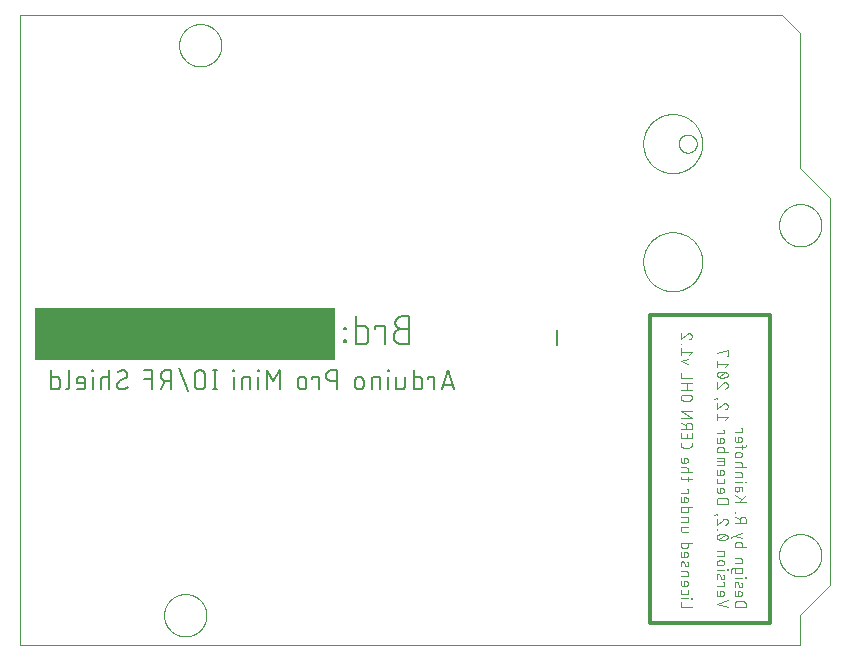
<source format=gbo>
G75*
%MOIN*%
%OFA0B0*%
%FSLAX25Y25*%
%IPPOS*%
%LPD*%
%AMOC8*
5,1,8,0,0,1.08239X$1,22.5*
%
%ADD10C,0.00600*%
%ADD11C,0.01200*%
%ADD12C,0.00300*%
%ADD13C,0.00800*%
%ADD14R,1.00000X0.17500*%
%ADD15C,0.00000*%
%ADD16C,0.00100*%
D10*
X0027798Y0090300D02*
X0029576Y0090300D01*
X0029640Y0090302D01*
X0029705Y0090308D01*
X0029768Y0090317D01*
X0029831Y0090331D01*
X0029893Y0090348D01*
X0029954Y0090369D01*
X0030014Y0090394D01*
X0030072Y0090422D01*
X0030128Y0090454D01*
X0030182Y0090489D01*
X0030234Y0090527D01*
X0030284Y0090568D01*
X0030330Y0090613D01*
X0030375Y0090659D01*
X0030416Y0090709D01*
X0030454Y0090761D01*
X0030489Y0090815D01*
X0030521Y0090871D01*
X0030549Y0090929D01*
X0030574Y0090989D01*
X0030595Y0091050D01*
X0030612Y0091112D01*
X0030626Y0091175D01*
X0030635Y0091238D01*
X0030641Y0091303D01*
X0030643Y0091367D01*
X0030642Y0091367D02*
X0030642Y0093500D01*
X0030643Y0093500D02*
X0030641Y0093564D01*
X0030635Y0093629D01*
X0030626Y0093692D01*
X0030612Y0093755D01*
X0030595Y0093817D01*
X0030574Y0093878D01*
X0030549Y0093938D01*
X0030521Y0093996D01*
X0030489Y0094052D01*
X0030454Y0094106D01*
X0030416Y0094158D01*
X0030375Y0094208D01*
X0030330Y0094254D01*
X0030284Y0094299D01*
X0030234Y0094340D01*
X0030182Y0094378D01*
X0030128Y0094413D01*
X0030072Y0094445D01*
X0030014Y0094473D01*
X0029954Y0094498D01*
X0029893Y0094519D01*
X0029831Y0094536D01*
X0029768Y0094550D01*
X0029705Y0094559D01*
X0029640Y0094565D01*
X0029576Y0094567D01*
X0027798Y0094567D01*
X0027798Y0096700D02*
X0027798Y0090300D01*
X0032736Y0090300D02*
X0032800Y0090302D01*
X0032865Y0090308D01*
X0032928Y0090317D01*
X0032991Y0090331D01*
X0033053Y0090348D01*
X0033114Y0090369D01*
X0033174Y0090394D01*
X0033232Y0090422D01*
X0033288Y0090454D01*
X0033342Y0090489D01*
X0033394Y0090527D01*
X0033444Y0090568D01*
X0033490Y0090613D01*
X0033535Y0090659D01*
X0033576Y0090709D01*
X0033614Y0090761D01*
X0033649Y0090815D01*
X0033681Y0090871D01*
X0033709Y0090929D01*
X0033734Y0090989D01*
X0033755Y0091050D01*
X0033772Y0091112D01*
X0033786Y0091175D01*
X0033795Y0091238D01*
X0033801Y0091303D01*
X0033803Y0091367D01*
X0033802Y0091367D02*
X0033802Y0096700D01*
X0036385Y0093144D02*
X0036385Y0092433D01*
X0039229Y0092433D01*
X0039229Y0093144D02*
X0039229Y0091367D01*
X0039227Y0091303D01*
X0039221Y0091238D01*
X0039212Y0091175D01*
X0039198Y0091112D01*
X0039181Y0091050D01*
X0039160Y0090989D01*
X0039135Y0090929D01*
X0039107Y0090871D01*
X0039075Y0090815D01*
X0039040Y0090761D01*
X0039002Y0090709D01*
X0038961Y0090659D01*
X0038916Y0090613D01*
X0038870Y0090568D01*
X0038820Y0090527D01*
X0038768Y0090489D01*
X0038714Y0090454D01*
X0038658Y0090422D01*
X0038600Y0090394D01*
X0038540Y0090369D01*
X0038479Y0090348D01*
X0038417Y0090331D01*
X0038354Y0090317D01*
X0038291Y0090308D01*
X0038226Y0090302D01*
X0038162Y0090300D01*
X0036385Y0090300D01*
X0036385Y0093144D02*
X0036387Y0093218D01*
X0036393Y0093293D01*
X0036403Y0093366D01*
X0036416Y0093440D01*
X0036433Y0093512D01*
X0036455Y0093583D01*
X0036479Y0093654D01*
X0036508Y0093722D01*
X0036540Y0093790D01*
X0036576Y0093855D01*
X0036614Y0093918D01*
X0036657Y0093980D01*
X0036702Y0094039D01*
X0036750Y0094096D01*
X0036801Y0094150D01*
X0036855Y0094201D01*
X0036912Y0094249D01*
X0036971Y0094294D01*
X0037033Y0094337D01*
X0037096Y0094375D01*
X0037161Y0094411D01*
X0037229Y0094443D01*
X0037297Y0094472D01*
X0037368Y0094496D01*
X0037439Y0094518D01*
X0037511Y0094535D01*
X0037585Y0094548D01*
X0037658Y0094558D01*
X0037733Y0094564D01*
X0037807Y0094566D01*
X0037881Y0094564D01*
X0037956Y0094558D01*
X0038029Y0094548D01*
X0038103Y0094535D01*
X0038175Y0094518D01*
X0038246Y0094496D01*
X0038317Y0094472D01*
X0038385Y0094443D01*
X0038453Y0094411D01*
X0038518Y0094375D01*
X0038581Y0094337D01*
X0038643Y0094294D01*
X0038702Y0094249D01*
X0038759Y0094201D01*
X0038813Y0094150D01*
X0038864Y0094096D01*
X0038912Y0094039D01*
X0038957Y0093980D01*
X0039000Y0093918D01*
X0039038Y0093855D01*
X0039074Y0093790D01*
X0039106Y0093722D01*
X0039135Y0093654D01*
X0039159Y0093583D01*
X0039181Y0093512D01*
X0039198Y0093440D01*
X0039211Y0093366D01*
X0039221Y0093293D01*
X0039227Y0093218D01*
X0039229Y0093144D01*
X0041704Y0094567D02*
X0041704Y0090300D01*
X0044385Y0090300D02*
X0044385Y0093500D01*
X0044384Y0093500D02*
X0044386Y0093564D01*
X0044392Y0093629D01*
X0044401Y0093692D01*
X0044415Y0093755D01*
X0044432Y0093817D01*
X0044453Y0093878D01*
X0044478Y0093938D01*
X0044506Y0093996D01*
X0044538Y0094052D01*
X0044573Y0094106D01*
X0044611Y0094158D01*
X0044652Y0094208D01*
X0044697Y0094254D01*
X0044743Y0094299D01*
X0044793Y0094340D01*
X0044845Y0094378D01*
X0044899Y0094413D01*
X0044955Y0094445D01*
X0045013Y0094473D01*
X0045073Y0094498D01*
X0045134Y0094519D01*
X0045196Y0094536D01*
X0045259Y0094550D01*
X0045322Y0094559D01*
X0045387Y0094565D01*
X0045451Y0094567D01*
X0047229Y0094567D01*
X0047229Y0096700D02*
X0047229Y0090300D01*
X0050484Y0092967D02*
X0052440Y0094033D01*
X0051729Y0096700D02*
X0051628Y0096698D01*
X0051527Y0096692D01*
X0051427Y0096683D01*
X0051327Y0096669D01*
X0051227Y0096652D01*
X0051128Y0096632D01*
X0051031Y0096607D01*
X0050934Y0096579D01*
X0050838Y0096547D01*
X0050743Y0096511D01*
X0050650Y0096472D01*
X0050559Y0096430D01*
X0050469Y0096384D01*
X0050381Y0096334D01*
X0050295Y0096282D01*
X0050211Y0096226D01*
X0050129Y0096167D01*
X0052439Y0094034D02*
X0052503Y0094074D01*
X0052564Y0094117D01*
X0052623Y0094163D01*
X0052680Y0094212D01*
X0052734Y0094264D01*
X0052785Y0094318D01*
X0052833Y0094376D01*
X0052879Y0094435D01*
X0052921Y0094497D01*
X0052960Y0094562D01*
X0052995Y0094628D01*
X0053027Y0094695D01*
X0053056Y0094765D01*
X0053081Y0094835D01*
X0053102Y0094907D01*
X0053119Y0094980D01*
X0053133Y0095054D01*
X0053142Y0095128D01*
X0053148Y0095203D01*
X0053150Y0095278D01*
X0053151Y0095278D02*
X0053149Y0095352D01*
X0053143Y0095427D01*
X0053133Y0095500D01*
X0053120Y0095574D01*
X0053103Y0095646D01*
X0053081Y0095717D01*
X0053057Y0095788D01*
X0053028Y0095856D01*
X0052996Y0095924D01*
X0052960Y0095989D01*
X0052922Y0096052D01*
X0052879Y0096114D01*
X0052834Y0096173D01*
X0052786Y0096230D01*
X0052735Y0096284D01*
X0052681Y0096335D01*
X0052624Y0096383D01*
X0052565Y0096428D01*
X0052503Y0096471D01*
X0052440Y0096509D01*
X0052375Y0096545D01*
X0052307Y0096577D01*
X0052239Y0096606D01*
X0052168Y0096630D01*
X0052097Y0096652D01*
X0052025Y0096669D01*
X0051951Y0096682D01*
X0051878Y0096692D01*
X0051803Y0096698D01*
X0051729Y0096700D01*
X0053328Y0091189D02*
X0053251Y0091114D01*
X0053171Y0091041D01*
X0053088Y0090972D01*
X0053003Y0090905D01*
X0052916Y0090842D01*
X0052827Y0090782D01*
X0052735Y0090725D01*
X0052642Y0090671D01*
X0052546Y0090621D01*
X0052449Y0090574D01*
X0052350Y0090531D01*
X0052250Y0090491D01*
X0052149Y0090455D01*
X0052046Y0090423D01*
X0051942Y0090394D01*
X0051837Y0090369D01*
X0051731Y0090348D01*
X0051625Y0090331D01*
X0051518Y0090317D01*
X0051410Y0090308D01*
X0051303Y0090302D01*
X0051195Y0090300D01*
X0051121Y0090302D01*
X0051046Y0090308D01*
X0050973Y0090318D01*
X0050899Y0090331D01*
X0050827Y0090348D01*
X0050756Y0090370D01*
X0050685Y0090394D01*
X0050617Y0090423D01*
X0050549Y0090455D01*
X0050484Y0090491D01*
X0050421Y0090529D01*
X0050359Y0090572D01*
X0050300Y0090617D01*
X0050243Y0090665D01*
X0050189Y0090716D01*
X0050138Y0090770D01*
X0050090Y0090827D01*
X0050045Y0090886D01*
X0050002Y0090948D01*
X0049964Y0091011D01*
X0049928Y0091076D01*
X0049896Y0091144D01*
X0049867Y0091212D01*
X0049843Y0091283D01*
X0049821Y0091354D01*
X0049804Y0091426D01*
X0049791Y0091500D01*
X0049781Y0091573D01*
X0049775Y0091648D01*
X0049773Y0091722D01*
X0049775Y0091797D01*
X0049781Y0091872D01*
X0049790Y0091946D01*
X0049804Y0092020D01*
X0049821Y0092093D01*
X0049842Y0092165D01*
X0049867Y0092235D01*
X0049896Y0092305D01*
X0049928Y0092372D01*
X0049963Y0092438D01*
X0050002Y0092503D01*
X0050044Y0092565D01*
X0050090Y0092624D01*
X0050138Y0092682D01*
X0050189Y0092736D01*
X0050243Y0092788D01*
X0050300Y0092837D01*
X0050359Y0092883D01*
X0050420Y0092926D01*
X0050484Y0092966D01*
X0041882Y0096344D02*
X0041527Y0096344D01*
X0041527Y0096700D01*
X0041882Y0096700D01*
X0041882Y0096344D01*
X0058678Y0096700D02*
X0061522Y0096700D01*
X0061522Y0090300D01*
X0064301Y0090300D02*
X0065724Y0093144D01*
X0066079Y0093144D02*
X0067857Y0093144D01*
X0066079Y0093144D02*
X0065996Y0093146D01*
X0065913Y0093152D01*
X0065830Y0093162D01*
X0065747Y0093175D01*
X0065666Y0093193D01*
X0065585Y0093214D01*
X0065506Y0093239D01*
X0065428Y0093268D01*
X0065351Y0093300D01*
X0065276Y0093336D01*
X0065202Y0093375D01*
X0065131Y0093418D01*
X0065061Y0093464D01*
X0064994Y0093514D01*
X0064929Y0093566D01*
X0064867Y0093621D01*
X0064807Y0093680D01*
X0064750Y0093741D01*
X0064696Y0093804D01*
X0064645Y0093870D01*
X0064598Y0093939D01*
X0064553Y0094009D01*
X0064512Y0094082D01*
X0064475Y0094156D01*
X0064440Y0094232D01*
X0064410Y0094310D01*
X0064383Y0094388D01*
X0064360Y0094469D01*
X0064340Y0094550D01*
X0064325Y0094632D01*
X0064313Y0094714D01*
X0064305Y0094797D01*
X0064301Y0094880D01*
X0064301Y0094964D01*
X0064305Y0095047D01*
X0064313Y0095130D01*
X0064325Y0095212D01*
X0064340Y0095294D01*
X0064360Y0095375D01*
X0064383Y0095456D01*
X0064410Y0095534D01*
X0064440Y0095612D01*
X0064475Y0095688D01*
X0064512Y0095762D01*
X0064553Y0095835D01*
X0064598Y0095905D01*
X0064645Y0095974D01*
X0064696Y0096040D01*
X0064750Y0096103D01*
X0064807Y0096164D01*
X0064867Y0096223D01*
X0064929Y0096278D01*
X0064994Y0096330D01*
X0065061Y0096380D01*
X0065131Y0096426D01*
X0065202Y0096469D01*
X0065276Y0096508D01*
X0065351Y0096544D01*
X0065428Y0096576D01*
X0065506Y0096605D01*
X0065585Y0096630D01*
X0065666Y0096651D01*
X0065747Y0096669D01*
X0065830Y0096682D01*
X0065913Y0096692D01*
X0065996Y0096698D01*
X0066079Y0096700D01*
X0067857Y0096700D01*
X0067857Y0090300D01*
X0073281Y0089589D02*
X0070437Y0097411D01*
X0075620Y0094922D02*
X0075620Y0092078D01*
X0075622Y0091995D01*
X0075628Y0091912D01*
X0075638Y0091829D01*
X0075651Y0091746D01*
X0075669Y0091665D01*
X0075690Y0091584D01*
X0075715Y0091505D01*
X0075744Y0091427D01*
X0075776Y0091350D01*
X0075812Y0091275D01*
X0075851Y0091201D01*
X0075894Y0091130D01*
X0075940Y0091060D01*
X0075990Y0090993D01*
X0076042Y0090928D01*
X0076097Y0090866D01*
X0076156Y0090806D01*
X0076217Y0090749D01*
X0076280Y0090695D01*
X0076346Y0090644D01*
X0076415Y0090597D01*
X0076485Y0090552D01*
X0076558Y0090511D01*
X0076632Y0090474D01*
X0076708Y0090439D01*
X0076786Y0090409D01*
X0076864Y0090382D01*
X0076945Y0090359D01*
X0077026Y0090339D01*
X0077108Y0090324D01*
X0077190Y0090312D01*
X0077273Y0090304D01*
X0077356Y0090300D01*
X0077440Y0090300D01*
X0077523Y0090304D01*
X0077606Y0090312D01*
X0077688Y0090324D01*
X0077770Y0090339D01*
X0077851Y0090359D01*
X0077932Y0090382D01*
X0078010Y0090409D01*
X0078088Y0090439D01*
X0078164Y0090474D01*
X0078238Y0090511D01*
X0078311Y0090552D01*
X0078381Y0090597D01*
X0078450Y0090644D01*
X0078516Y0090695D01*
X0078579Y0090749D01*
X0078640Y0090806D01*
X0078699Y0090866D01*
X0078754Y0090928D01*
X0078806Y0090993D01*
X0078856Y0091060D01*
X0078902Y0091130D01*
X0078945Y0091201D01*
X0078984Y0091275D01*
X0079020Y0091350D01*
X0079052Y0091427D01*
X0079081Y0091505D01*
X0079106Y0091584D01*
X0079127Y0091665D01*
X0079145Y0091746D01*
X0079158Y0091829D01*
X0079168Y0091912D01*
X0079174Y0091995D01*
X0079176Y0092078D01*
X0079175Y0092078D02*
X0079175Y0094922D01*
X0079176Y0094922D02*
X0079174Y0095005D01*
X0079168Y0095088D01*
X0079158Y0095171D01*
X0079145Y0095254D01*
X0079127Y0095335D01*
X0079106Y0095416D01*
X0079081Y0095495D01*
X0079052Y0095573D01*
X0079020Y0095650D01*
X0078984Y0095725D01*
X0078945Y0095799D01*
X0078902Y0095870D01*
X0078856Y0095940D01*
X0078806Y0096007D01*
X0078754Y0096072D01*
X0078699Y0096134D01*
X0078640Y0096194D01*
X0078579Y0096251D01*
X0078516Y0096305D01*
X0078450Y0096356D01*
X0078381Y0096403D01*
X0078311Y0096448D01*
X0078238Y0096489D01*
X0078164Y0096526D01*
X0078088Y0096561D01*
X0078010Y0096591D01*
X0077932Y0096618D01*
X0077851Y0096641D01*
X0077770Y0096661D01*
X0077688Y0096676D01*
X0077606Y0096688D01*
X0077523Y0096696D01*
X0077440Y0096700D01*
X0077356Y0096700D01*
X0077273Y0096696D01*
X0077190Y0096688D01*
X0077108Y0096676D01*
X0077026Y0096661D01*
X0076945Y0096641D01*
X0076864Y0096618D01*
X0076786Y0096591D01*
X0076708Y0096561D01*
X0076632Y0096526D01*
X0076558Y0096489D01*
X0076485Y0096448D01*
X0076415Y0096403D01*
X0076346Y0096356D01*
X0076280Y0096305D01*
X0076217Y0096251D01*
X0076156Y0096194D01*
X0076097Y0096134D01*
X0076042Y0096072D01*
X0075990Y0096007D01*
X0075940Y0095940D01*
X0075894Y0095870D01*
X0075851Y0095799D01*
X0075812Y0095725D01*
X0075776Y0095650D01*
X0075744Y0095573D01*
X0075715Y0095495D01*
X0075690Y0095416D01*
X0075669Y0095335D01*
X0075651Y0095254D01*
X0075638Y0095171D01*
X0075628Y0095088D01*
X0075622Y0095005D01*
X0075620Y0094922D01*
X0081610Y0096700D02*
X0083032Y0096700D01*
X0082321Y0096700D02*
X0082321Y0090300D01*
X0083032Y0090300D02*
X0081610Y0090300D01*
X0088680Y0090300D02*
X0088680Y0094567D01*
X0088502Y0096344D02*
X0088858Y0096344D01*
X0088858Y0096700D01*
X0088502Y0096700D01*
X0088502Y0096344D01*
X0091360Y0093500D02*
X0091360Y0090300D01*
X0094205Y0090300D02*
X0094205Y0094567D01*
X0092427Y0094567D01*
X0092363Y0094565D01*
X0092298Y0094559D01*
X0092235Y0094550D01*
X0092172Y0094536D01*
X0092110Y0094519D01*
X0092049Y0094498D01*
X0091989Y0094473D01*
X0091931Y0094445D01*
X0091875Y0094413D01*
X0091821Y0094378D01*
X0091769Y0094340D01*
X0091719Y0094299D01*
X0091673Y0094254D01*
X0091628Y0094208D01*
X0091587Y0094158D01*
X0091549Y0094106D01*
X0091514Y0094052D01*
X0091482Y0093996D01*
X0091454Y0093938D01*
X0091429Y0093878D01*
X0091408Y0093817D01*
X0091391Y0093755D01*
X0091377Y0093692D01*
X0091368Y0093629D01*
X0091362Y0093564D01*
X0091360Y0093500D01*
X0096885Y0094567D02*
X0096885Y0090300D01*
X0099675Y0090300D02*
X0099675Y0096700D01*
X0101809Y0093144D01*
X0103942Y0096700D01*
X0103942Y0090300D01*
X0110028Y0091722D02*
X0110028Y0093144D01*
X0110030Y0093218D01*
X0110036Y0093293D01*
X0110046Y0093366D01*
X0110059Y0093440D01*
X0110076Y0093512D01*
X0110098Y0093583D01*
X0110122Y0093654D01*
X0110151Y0093722D01*
X0110183Y0093790D01*
X0110219Y0093855D01*
X0110257Y0093918D01*
X0110300Y0093980D01*
X0110345Y0094039D01*
X0110393Y0094096D01*
X0110444Y0094150D01*
X0110498Y0094201D01*
X0110555Y0094249D01*
X0110614Y0094294D01*
X0110676Y0094337D01*
X0110739Y0094375D01*
X0110804Y0094411D01*
X0110872Y0094443D01*
X0110940Y0094472D01*
X0111011Y0094496D01*
X0111082Y0094518D01*
X0111154Y0094535D01*
X0111228Y0094548D01*
X0111301Y0094558D01*
X0111376Y0094564D01*
X0111450Y0094566D01*
X0111524Y0094564D01*
X0111599Y0094558D01*
X0111672Y0094548D01*
X0111746Y0094535D01*
X0111818Y0094518D01*
X0111889Y0094496D01*
X0111960Y0094472D01*
X0112028Y0094443D01*
X0112096Y0094411D01*
X0112161Y0094375D01*
X0112224Y0094337D01*
X0112286Y0094294D01*
X0112345Y0094249D01*
X0112402Y0094201D01*
X0112456Y0094150D01*
X0112507Y0094096D01*
X0112555Y0094039D01*
X0112600Y0093980D01*
X0112643Y0093918D01*
X0112681Y0093855D01*
X0112717Y0093790D01*
X0112749Y0093722D01*
X0112778Y0093654D01*
X0112802Y0093583D01*
X0112824Y0093512D01*
X0112841Y0093440D01*
X0112854Y0093366D01*
X0112864Y0093293D01*
X0112870Y0093218D01*
X0112872Y0093144D01*
X0112872Y0091722D01*
X0112870Y0091648D01*
X0112864Y0091573D01*
X0112854Y0091500D01*
X0112841Y0091426D01*
X0112824Y0091354D01*
X0112802Y0091283D01*
X0112778Y0091212D01*
X0112749Y0091144D01*
X0112717Y0091076D01*
X0112681Y0091011D01*
X0112643Y0090948D01*
X0112600Y0090886D01*
X0112555Y0090827D01*
X0112507Y0090770D01*
X0112456Y0090716D01*
X0112402Y0090665D01*
X0112345Y0090617D01*
X0112286Y0090572D01*
X0112224Y0090529D01*
X0112161Y0090491D01*
X0112096Y0090455D01*
X0112028Y0090423D01*
X0111960Y0090394D01*
X0111889Y0090370D01*
X0111818Y0090348D01*
X0111746Y0090331D01*
X0111672Y0090318D01*
X0111599Y0090308D01*
X0111524Y0090302D01*
X0111450Y0090300D01*
X0111376Y0090302D01*
X0111301Y0090308D01*
X0111228Y0090318D01*
X0111154Y0090331D01*
X0111082Y0090348D01*
X0111011Y0090370D01*
X0110940Y0090394D01*
X0110872Y0090423D01*
X0110804Y0090455D01*
X0110739Y0090491D01*
X0110676Y0090529D01*
X0110614Y0090572D01*
X0110555Y0090617D01*
X0110498Y0090665D01*
X0110444Y0090716D01*
X0110393Y0090770D01*
X0110345Y0090827D01*
X0110300Y0090886D01*
X0110257Y0090948D01*
X0110219Y0091011D01*
X0110183Y0091076D01*
X0110151Y0091144D01*
X0110122Y0091212D01*
X0110098Y0091283D01*
X0110076Y0091354D01*
X0110059Y0091426D01*
X0110046Y0091500D01*
X0110036Y0091573D01*
X0110030Y0091648D01*
X0110028Y0091722D01*
X0114808Y0093856D02*
X0114808Y0094567D01*
X0116941Y0094567D01*
X0116941Y0090300D01*
X0121213Y0093144D02*
X0122991Y0093144D01*
X0121213Y0093144D02*
X0121130Y0093146D01*
X0121047Y0093152D01*
X0120964Y0093162D01*
X0120881Y0093175D01*
X0120800Y0093193D01*
X0120719Y0093214D01*
X0120640Y0093239D01*
X0120562Y0093268D01*
X0120485Y0093300D01*
X0120410Y0093336D01*
X0120336Y0093375D01*
X0120265Y0093418D01*
X0120195Y0093464D01*
X0120128Y0093514D01*
X0120063Y0093566D01*
X0120001Y0093621D01*
X0119941Y0093680D01*
X0119884Y0093741D01*
X0119830Y0093804D01*
X0119779Y0093870D01*
X0119732Y0093939D01*
X0119687Y0094009D01*
X0119646Y0094082D01*
X0119609Y0094156D01*
X0119574Y0094232D01*
X0119544Y0094310D01*
X0119517Y0094388D01*
X0119494Y0094469D01*
X0119474Y0094550D01*
X0119459Y0094632D01*
X0119447Y0094714D01*
X0119439Y0094797D01*
X0119435Y0094880D01*
X0119435Y0094964D01*
X0119439Y0095047D01*
X0119447Y0095130D01*
X0119459Y0095212D01*
X0119474Y0095294D01*
X0119494Y0095375D01*
X0119517Y0095456D01*
X0119544Y0095534D01*
X0119574Y0095612D01*
X0119609Y0095688D01*
X0119646Y0095762D01*
X0119687Y0095835D01*
X0119732Y0095905D01*
X0119779Y0095974D01*
X0119830Y0096040D01*
X0119884Y0096103D01*
X0119941Y0096164D01*
X0120001Y0096223D01*
X0120063Y0096278D01*
X0120128Y0096330D01*
X0120195Y0096380D01*
X0120265Y0096426D01*
X0120336Y0096469D01*
X0120410Y0096508D01*
X0120485Y0096544D01*
X0120562Y0096576D01*
X0120640Y0096605D01*
X0120719Y0096630D01*
X0120800Y0096651D01*
X0120881Y0096669D01*
X0120964Y0096682D01*
X0121047Y0096692D01*
X0121130Y0096698D01*
X0121213Y0096700D01*
X0122991Y0096700D01*
X0122991Y0090300D01*
X0129105Y0091722D02*
X0129105Y0093144D01*
X0129107Y0093218D01*
X0129113Y0093293D01*
X0129123Y0093366D01*
X0129136Y0093440D01*
X0129153Y0093512D01*
X0129175Y0093583D01*
X0129199Y0093654D01*
X0129228Y0093722D01*
X0129260Y0093790D01*
X0129296Y0093855D01*
X0129334Y0093918D01*
X0129377Y0093980D01*
X0129422Y0094039D01*
X0129470Y0094096D01*
X0129521Y0094150D01*
X0129575Y0094201D01*
X0129632Y0094249D01*
X0129691Y0094294D01*
X0129753Y0094337D01*
X0129816Y0094375D01*
X0129881Y0094411D01*
X0129949Y0094443D01*
X0130017Y0094472D01*
X0130088Y0094496D01*
X0130159Y0094518D01*
X0130231Y0094535D01*
X0130305Y0094548D01*
X0130378Y0094558D01*
X0130453Y0094564D01*
X0130527Y0094566D01*
X0130601Y0094564D01*
X0130676Y0094558D01*
X0130749Y0094548D01*
X0130823Y0094535D01*
X0130895Y0094518D01*
X0130966Y0094496D01*
X0131037Y0094472D01*
X0131105Y0094443D01*
X0131173Y0094411D01*
X0131238Y0094375D01*
X0131301Y0094337D01*
X0131363Y0094294D01*
X0131422Y0094249D01*
X0131479Y0094201D01*
X0131533Y0094150D01*
X0131584Y0094096D01*
X0131632Y0094039D01*
X0131677Y0093980D01*
X0131720Y0093918D01*
X0131758Y0093855D01*
X0131794Y0093790D01*
X0131826Y0093722D01*
X0131855Y0093654D01*
X0131879Y0093583D01*
X0131901Y0093512D01*
X0131918Y0093440D01*
X0131931Y0093366D01*
X0131941Y0093293D01*
X0131947Y0093218D01*
X0131949Y0093144D01*
X0131950Y0093144D02*
X0131950Y0091722D01*
X0131949Y0091722D02*
X0131947Y0091648D01*
X0131941Y0091573D01*
X0131931Y0091500D01*
X0131918Y0091426D01*
X0131901Y0091354D01*
X0131879Y0091283D01*
X0131855Y0091212D01*
X0131826Y0091144D01*
X0131794Y0091076D01*
X0131758Y0091011D01*
X0131720Y0090948D01*
X0131677Y0090886D01*
X0131632Y0090827D01*
X0131584Y0090770D01*
X0131533Y0090716D01*
X0131479Y0090665D01*
X0131422Y0090617D01*
X0131363Y0090572D01*
X0131301Y0090529D01*
X0131238Y0090491D01*
X0131173Y0090455D01*
X0131105Y0090423D01*
X0131037Y0090394D01*
X0130966Y0090370D01*
X0130895Y0090348D01*
X0130823Y0090331D01*
X0130749Y0090318D01*
X0130676Y0090308D01*
X0130601Y0090302D01*
X0130527Y0090300D01*
X0130453Y0090302D01*
X0130378Y0090308D01*
X0130305Y0090318D01*
X0130231Y0090331D01*
X0130159Y0090348D01*
X0130088Y0090370D01*
X0130017Y0090394D01*
X0129949Y0090423D01*
X0129881Y0090455D01*
X0129816Y0090491D01*
X0129753Y0090529D01*
X0129691Y0090572D01*
X0129632Y0090617D01*
X0129575Y0090665D01*
X0129521Y0090716D01*
X0129470Y0090770D01*
X0129422Y0090827D01*
X0129377Y0090886D01*
X0129334Y0090948D01*
X0129296Y0091011D01*
X0129260Y0091076D01*
X0129228Y0091144D01*
X0129199Y0091212D01*
X0129175Y0091283D01*
X0129153Y0091354D01*
X0129136Y0091426D01*
X0129123Y0091500D01*
X0129113Y0091573D01*
X0129107Y0091648D01*
X0129105Y0091722D01*
X0134644Y0090300D02*
X0134644Y0093500D01*
X0134643Y0093500D02*
X0134645Y0093564D01*
X0134651Y0093629D01*
X0134660Y0093692D01*
X0134674Y0093755D01*
X0134691Y0093817D01*
X0134712Y0093878D01*
X0134737Y0093938D01*
X0134765Y0093996D01*
X0134797Y0094052D01*
X0134832Y0094106D01*
X0134870Y0094158D01*
X0134911Y0094208D01*
X0134956Y0094254D01*
X0135002Y0094299D01*
X0135052Y0094340D01*
X0135104Y0094378D01*
X0135158Y0094413D01*
X0135214Y0094445D01*
X0135272Y0094473D01*
X0135332Y0094498D01*
X0135393Y0094519D01*
X0135455Y0094536D01*
X0135518Y0094550D01*
X0135581Y0094559D01*
X0135646Y0094565D01*
X0135710Y0094567D01*
X0137488Y0094567D01*
X0137488Y0090300D01*
X0140169Y0090300D02*
X0140169Y0094567D01*
X0139991Y0096344D02*
X0140346Y0096344D01*
X0140346Y0096700D01*
X0139991Y0096700D01*
X0139991Y0096344D01*
X0142849Y0094567D02*
X0142849Y0090300D01*
X0144627Y0090300D01*
X0144691Y0090302D01*
X0144756Y0090308D01*
X0144819Y0090317D01*
X0144882Y0090331D01*
X0144944Y0090348D01*
X0145005Y0090369D01*
X0145065Y0090394D01*
X0145123Y0090422D01*
X0145179Y0090454D01*
X0145233Y0090489D01*
X0145285Y0090527D01*
X0145335Y0090568D01*
X0145381Y0090613D01*
X0145426Y0090659D01*
X0145467Y0090709D01*
X0145505Y0090761D01*
X0145540Y0090815D01*
X0145572Y0090871D01*
X0145600Y0090929D01*
X0145625Y0090989D01*
X0145646Y0091050D01*
X0145663Y0091112D01*
X0145677Y0091175D01*
X0145686Y0091238D01*
X0145692Y0091303D01*
X0145694Y0091367D01*
X0145694Y0094567D01*
X0148622Y0094567D02*
X0150400Y0094567D01*
X0150464Y0094565D01*
X0150529Y0094559D01*
X0150592Y0094550D01*
X0150655Y0094536D01*
X0150717Y0094519D01*
X0150778Y0094498D01*
X0150838Y0094473D01*
X0150896Y0094445D01*
X0150952Y0094413D01*
X0151006Y0094378D01*
X0151058Y0094340D01*
X0151108Y0094299D01*
X0151154Y0094254D01*
X0151199Y0094208D01*
X0151240Y0094158D01*
X0151278Y0094106D01*
X0151313Y0094052D01*
X0151345Y0093996D01*
X0151373Y0093938D01*
X0151398Y0093878D01*
X0151419Y0093817D01*
X0151436Y0093755D01*
X0151450Y0093692D01*
X0151459Y0093629D01*
X0151465Y0093564D01*
X0151467Y0093500D01*
X0151466Y0093500D02*
X0151466Y0091367D01*
X0151467Y0091367D02*
X0151465Y0091303D01*
X0151459Y0091238D01*
X0151450Y0091175D01*
X0151436Y0091112D01*
X0151419Y0091050D01*
X0151398Y0090989D01*
X0151373Y0090929D01*
X0151345Y0090871D01*
X0151313Y0090815D01*
X0151278Y0090761D01*
X0151240Y0090709D01*
X0151199Y0090659D01*
X0151154Y0090613D01*
X0151108Y0090568D01*
X0151058Y0090527D01*
X0151006Y0090489D01*
X0150952Y0090454D01*
X0150896Y0090422D01*
X0150838Y0090394D01*
X0150778Y0090369D01*
X0150717Y0090348D01*
X0150655Y0090331D01*
X0150592Y0090317D01*
X0150529Y0090308D01*
X0150464Y0090302D01*
X0150400Y0090300D01*
X0148622Y0090300D01*
X0148622Y0096700D01*
X0153373Y0094567D02*
X0153373Y0093856D01*
X0153373Y0094567D02*
X0155507Y0094567D01*
X0155507Y0090300D01*
X0157933Y0090300D02*
X0160067Y0096700D01*
X0162200Y0090300D01*
X0161667Y0091900D02*
X0158467Y0091900D01*
X0097063Y0096344D02*
X0096708Y0096344D01*
X0096708Y0096700D01*
X0097063Y0096700D01*
X0097063Y0096344D01*
X0061522Y0093856D02*
X0058678Y0093856D01*
D11*
X0227500Y0115000D02*
X0227500Y0012500D01*
X0267500Y0012500D01*
X0267500Y0115000D01*
X0227500Y0115000D01*
D12*
X0237650Y0108978D02*
X0237650Y0106923D01*
X0239706Y0108670D01*
X0241350Y0108053D02*
X0241348Y0107985D01*
X0241342Y0107917D01*
X0241333Y0107850D01*
X0241319Y0107784D01*
X0241302Y0107718D01*
X0241281Y0107653D01*
X0241256Y0107590D01*
X0241228Y0107528D01*
X0241196Y0107468D01*
X0241161Y0107410D01*
X0241123Y0107354D01*
X0241081Y0107301D01*
X0241037Y0107249D01*
X0240989Y0107201D01*
X0240939Y0107155D01*
X0240887Y0107112D01*
X0240832Y0107072D01*
X0240775Y0107035D01*
X0240716Y0107002D01*
X0240655Y0106972D01*
X0240592Y0106946D01*
X0240528Y0106923D01*
X0239705Y0108671D02*
X0239749Y0108714D01*
X0239796Y0108755D01*
X0239845Y0108792D01*
X0239896Y0108827D01*
X0239950Y0108858D01*
X0240005Y0108886D01*
X0240062Y0108910D01*
X0240120Y0108931D01*
X0240180Y0108948D01*
X0240240Y0108962D01*
X0240301Y0108971D01*
X0240363Y0108977D01*
X0240425Y0108979D01*
X0240425Y0108978D02*
X0240483Y0108976D01*
X0240541Y0108971D01*
X0240598Y0108962D01*
X0240655Y0108949D01*
X0240711Y0108933D01*
X0240766Y0108913D01*
X0240819Y0108890D01*
X0240871Y0108864D01*
X0240921Y0108834D01*
X0240969Y0108801D01*
X0241015Y0108766D01*
X0241058Y0108727D01*
X0241099Y0108686D01*
X0241138Y0108643D01*
X0241173Y0108597D01*
X0241206Y0108549D01*
X0241236Y0108499D01*
X0241262Y0108447D01*
X0241285Y0108394D01*
X0241305Y0108339D01*
X0241321Y0108283D01*
X0241334Y0108226D01*
X0241343Y0108169D01*
X0241348Y0108111D01*
X0241350Y0108053D01*
X0237856Y0105533D02*
X0237650Y0105533D01*
X0237650Y0105328D01*
X0237856Y0105328D01*
X0237856Y0105533D01*
X0237650Y0103938D02*
X0237650Y0101883D01*
X0237650Y0102910D02*
X0241350Y0102910D01*
X0240528Y0101883D01*
X0240117Y0100493D02*
X0237650Y0099670D01*
X0240117Y0098848D01*
X0237650Y0095734D02*
X0237650Y0094090D01*
X0241350Y0094090D01*
X0241350Y0092298D02*
X0237650Y0092298D01*
X0237650Y0090243D02*
X0241350Y0090243D01*
X0239706Y0090243D02*
X0239706Y0092298D01*
X0240322Y0088578D02*
X0238678Y0088578D01*
X0238615Y0088576D01*
X0238552Y0088570D01*
X0238489Y0088560D01*
X0238427Y0088547D01*
X0238366Y0088530D01*
X0238307Y0088509D01*
X0238248Y0088484D01*
X0238192Y0088456D01*
X0238137Y0088424D01*
X0238084Y0088389D01*
X0238034Y0088351D01*
X0237985Y0088310D01*
X0237940Y0088266D01*
X0237897Y0088219D01*
X0237858Y0088170D01*
X0237821Y0088118D01*
X0237788Y0088064D01*
X0237758Y0088008D01*
X0237731Y0087951D01*
X0237708Y0087892D01*
X0237689Y0087831D01*
X0237674Y0087770D01*
X0237662Y0087708D01*
X0237654Y0087645D01*
X0237650Y0087582D01*
X0237650Y0087518D01*
X0237654Y0087455D01*
X0237662Y0087392D01*
X0237674Y0087330D01*
X0237689Y0087269D01*
X0237708Y0087208D01*
X0237731Y0087149D01*
X0237758Y0087092D01*
X0237788Y0087036D01*
X0237821Y0086982D01*
X0237858Y0086930D01*
X0237897Y0086881D01*
X0237940Y0086834D01*
X0237985Y0086790D01*
X0238034Y0086749D01*
X0238084Y0086711D01*
X0238137Y0086676D01*
X0238192Y0086644D01*
X0238248Y0086616D01*
X0238307Y0086591D01*
X0238366Y0086570D01*
X0238427Y0086553D01*
X0238489Y0086540D01*
X0238552Y0086530D01*
X0238615Y0086524D01*
X0238678Y0086522D01*
X0238678Y0086523D02*
X0240322Y0086523D01*
X0240322Y0086522D02*
X0240385Y0086524D01*
X0240448Y0086530D01*
X0240511Y0086540D01*
X0240573Y0086553D01*
X0240634Y0086570D01*
X0240693Y0086591D01*
X0240752Y0086616D01*
X0240808Y0086644D01*
X0240863Y0086676D01*
X0240916Y0086711D01*
X0240966Y0086749D01*
X0241015Y0086790D01*
X0241060Y0086834D01*
X0241103Y0086881D01*
X0241142Y0086930D01*
X0241179Y0086982D01*
X0241212Y0087036D01*
X0241242Y0087092D01*
X0241269Y0087149D01*
X0241292Y0087208D01*
X0241311Y0087269D01*
X0241326Y0087330D01*
X0241338Y0087392D01*
X0241346Y0087455D01*
X0241350Y0087518D01*
X0241350Y0087582D01*
X0241346Y0087645D01*
X0241338Y0087708D01*
X0241326Y0087770D01*
X0241311Y0087831D01*
X0241292Y0087892D01*
X0241269Y0087951D01*
X0241242Y0088008D01*
X0241212Y0088064D01*
X0241179Y0088118D01*
X0241142Y0088170D01*
X0241103Y0088219D01*
X0241060Y0088266D01*
X0241015Y0088310D01*
X0240966Y0088351D01*
X0240916Y0088389D01*
X0240863Y0088424D01*
X0240808Y0088456D01*
X0240752Y0088484D01*
X0240693Y0088509D01*
X0240634Y0088530D01*
X0240573Y0088547D01*
X0240511Y0088560D01*
X0240448Y0088570D01*
X0240385Y0088576D01*
X0240322Y0088578D01*
X0241350Y0082938D02*
X0237650Y0082938D01*
X0241350Y0080883D01*
X0237650Y0080883D01*
X0237650Y0079241D02*
X0239294Y0078419D01*
X0239294Y0078213D02*
X0239294Y0077185D01*
X0239294Y0078213D02*
X0239296Y0078276D01*
X0239302Y0078339D01*
X0239312Y0078402D01*
X0239325Y0078464D01*
X0239342Y0078525D01*
X0239363Y0078584D01*
X0239388Y0078643D01*
X0239416Y0078699D01*
X0239448Y0078754D01*
X0239483Y0078807D01*
X0239521Y0078857D01*
X0239562Y0078906D01*
X0239606Y0078951D01*
X0239653Y0078994D01*
X0239702Y0079033D01*
X0239754Y0079070D01*
X0239808Y0079103D01*
X0239864Y0079133D01*
X0239921Y0079160D01*
X0239980Y0079183D01*
X0240041Y0079202D01*
X0240102Y0079217D01*
X0240164Y0079229D01*
X0240227Y0079237D01*
X0240290Y0079241D01*
X0240354Y0079241D01*
X0240417Y0079237D01*
X0240480Y0079229D01*
X0240542Y0079217D01*
X0240603Y0079202D01*
X0240664Y0079183D01*
X0240723Y0079160D01*
X0240780Y0079133D01*
X0240836Y0079103D01*
X0240890Y0079070D01*
X0240942Y0079033D01*
X0240991Y0078994D01*
X0241038Y0078951D01*
X0241082Y0078906D01*
X0241123Y0078857D01*
X0241161Y0078807D01*
X0241196Y0078754D01*
X0241228Y0078699D01*
X0241256Y0078643D01*
X0241281Y0078584D01*
X0241302Y0078525D01*
X0241319Y0078464D01*
X0241332Y0078402D01*
X0241342Y0078339D01*
X0241348Y0078276D01*
X0241350Y0078213D01*
X0241350Y0077185D01*
X0237650Y0077185D01*
X0237650Y0075694D02*
X0237650Y0074050D01*
X0241350Y0074050D01*
X0241350Y0075694D01*
X0239706Y0075283D02*
X0239706Y0074050D01*
X0241350Y0072557D02*
X0241350Y0071735D01*
X0241348Y0071679D01*
X0241342Y0071623D01*
X0241333Y0071568D01*
X0241320Y0071513D01*
X0241303Y0071460D01*
X0241282Y0071408D01*
X0241258Y0071357D01*
X0241230Y0071308D01*
X0241200Y0071261D01*
X0241166Y0071216D01*
X0241129Y0071174D01*
X0241089Y0071134D01*
X0241047Y0071097D01*
X0241002Y0071063D01*
X0240955Y0071033D01*
X0240906Y0071005D01*
X0240855Y0070981D01*
X0240803Y0070960D01*
X0240750Y0070943D01*
X0240695Y0070930D01*
X0240640Y0070921D01*
X0240584Y0070915D01*
X0240528Y0070913D01*
X0238472Y0070913D01*
X0238416Y0070915D01*
X0238360Y0070921D01*
X0238305Y0070930D01*
X0238250Y0070943D01*
X0238197Y0070960D01*
X0238145Y0070981D01*
X0238094Y0071005D01*
X0238045Y0071033D01*
X0237998Y0071063D01*
X0237953Y0071097D01*
X0237911Y0071134D01*
X0237871Y0071174D01*
X0237834Y0071216D01*
X0237800Y0071261D01*
X0237770Y0071308D01*
X0237742Y0071357D01*
X0237718Y0071408D01*
X0237697Y0071460D01*
X0237680Y0071513D01*
X0237667Y0071568D01*
X0237658Y0071623D01*
X0237652Y0071679D01*
X0237650Y0071735D01*
X0237650Y0072557D01*
X0237650Y0067493D02*
X0237650Y0066465D01*
X0237652Y0066417D01*
X0237658Y0066368D01*
X0237667Y0066321D01*
X0237680Y0066274D01*
X0237697Y0066229D01*
X0237717Y0066185D01*
X0237741Y0066143D01*
X0237768Y0066102D01*
X0237798Y0066064D01*
X0237831Y0066029D01*
X0237866Y0065996D01*
X0237904Y0065966D01*
X0237945Y0065939D01*
X0237987Y0065915D01*
X0238031Y0065895D01*
X0238076Y0065878D01*
X0238123Y0065865D01*
X0238170Y0065856D01*
X0238219Y0065850D01*
X0238267Y0065848D01*
X0239294Y0065848D01*
X0238883Y0065848D02*
X0238883Y0067493D01*
X0239294Y0067493D01*
X0239350Y0067491D01*
X0239406Y0067485D01*
X0239461Y0067476D01*
X0239516Y0067463D01*
X0239569Y0067446D01*
X0239621Y0067425D01*
X0239672Y0067401D01*
X0239721Y0067373D01*
X0239768Y0067343D01*
X0239813Y0067309D01*
X0239855Y0067272D01*
X0239895Y0067232D01*
X0239932Y0067190D01*
X0239966Y0067145D01*
X0239996Y0067098D01*
X0240024Y0067049D01*
X0240048Y0066998D01*
X0240069Y0066946D01*
X0240086Y0066893D01*
X0240099Y0066838D01*
X0240108Y0066783D01*
X0240114Y0066727D01*
X0240116Y0066671D01*
X0240114Y0066615D01*
X0240108Y0066559D01*
X0240099Y0066504D01*
X0240086Y0066449D01*
X0240069Y0066396D01*
X0240048Y0066344D01*
X0240024Y0066293D01*
X0239996Y0066244D01*
X0239966Y0066197D01*
X0239932Y0066152D01*
X0239895Y0066110D01*
X0239855Y0066070D01*
X0239813Y0066033D01*
X0239768Y0065999D01*
X0239721Y0065969D01*
X0239672Y0065941D01*
X0239621Y0065917D01*
X0239569Y0065896D01*
X0239516Y0065879D01*
X0239461Y0065866D01*
X0239406Y0065857D01*
X0239350Y0065851D01*
X0239294Y0065849D01*
X0239500Y0064253D02*
X0237650Y0064253D01*
X0237650Y0062608D02*
X0241350Y0062608D01*
X0240117Y0062608D02*
X0240117Y0063636D01*
X0240115Y0063684D01*
X0240109Y0063733D01*
X0240100Y0063780D01*
X0240087Y0063827D01*
X0240070Y0063872D01*
X0240050Y0063916D01*
X0240026Y0063958D01*
X0239999Y0063999D01*
X0239969Y0064037D01*
X0239936Y0064072D01*
X0239901Y0064105D01*
X0239863Y0064135D01*
X0239822Y0064162D01*
X0239780Y0064186D01*
X0239736Y0064206D01*
X0239691Y0064223D01*
X0239644Y0064236D01*
X0239597Y0064245D01*
X0239548Y0064251D01*
X0239500Y0064253D01*
X0240117Y0061139D02*
X0240117Y0059906D01*
X0241350Y0060317D02*
X0238267Y0060317D01*
X0238219Y0060319D01*
X0238170Y0060325D01*
X0238123Y0060334D01*
X0238076Y0060347D01*
X0238031Y0060364D01*
X0237987Y0060384D01*
X0237945Y0060408D01*
X0237904Y0060435D01*
X0237866Y0060465D01*
X0237831Y0060498D01*
X0237798Y0060533D01*
X0237768Y0060571D01*
X0237741Y0060612D01*
X0237717Y0060654D01*
X0237697Y0060698D01*
X0237680Y0060743D01*
X0237667Y0060790D01*
X0237658Y0060837D01*
X0237652Y0060886D01*
X0237650Y0060934D01*
X0237650Y0061139D01*
X0239706Y0057142D02*
X0240117Y0057142D01*
X0240117Y0055909D01*
X0237650Y0055909D01*
X0237650Y0054293D02*
X0237650Y0053265D01*
X0237652Y0053217D01*
X0237658Y0053168D01*
X0237667Y0053121D01*
X0237680Y0053074D01*
X0237697Y0053029D01*
X0237717Y0052985D01*
X0237741Y0052943D01*
X0237768Y0052902D01*
X0237798Y0052864D01*
X0237831Y0052829D01*
X0237866Y0052796D01*
X0237904Y0052766D01*
X0237945Y0052739D01*
X0237987Y0052715D01*
X0238031Y0052695D01*
X0238076Y0052678D01*
X0238123Y0052665D01*
X0238170Y0052656D01*
X0238219Y0052650D01*
X0238267Y0052648D01*
X0239294Y0052648D01*
X0238883Y0052648D02*
X0238883Y0054293D01*
X0239294Y0054293D01*
X0239350Y0054291D01*
X0239406Y0054285D01*
X0239461Y0054276D01*
X0239516Y0054263D01*
X0239569Y0054246D01*
X0239621Y0054225D01*
X0239672Y0054201D01*
X0239721Y0054173D01*
X0239768Y0054143D01*
X0239813Y0054109D01*
X0239855Y0054072D01*
X0239895Y0054032D01*
X0239932Y0053990D01*
X0239966Y0053945D01*
X0239996Y0053898D01*
X0240024Y0053849D01*
X0240048Y0053798D01*
X0240069Y0053746D01*
X0240086Y0053693D01*
X0240099Y0053638D01*
X0240108Y0053583D01*
X0240114Y0053527D01*
X0240116Y0053471D01*
X0240114Y0053415D01*
X0240108Y0053359D01*
X0240099Y0053304D01*
X0240086Y0053249D01*
X0240069Y0053196D01*
X0240048Y0053144D01*
X0240024Y0053093D01*
X0239996Y0053044D01*
X0239966Y0052997D01*
X0239932Y0052952D01*
X0239895Y0052910D01*
X0239855Y0052870D01*
X0239813Y0052833D01*
X0239768Y0052799D01*
X0239721Y0052769D01*
X0239672Y0052741D01*
X0239621Y0052717D01*
X0239569Y0052696D01*
X0239516Y0052679D01*
X0239461Y0052666D01*
X0239406Y0052657D01*
X0239350Y0052651D01*
X0239294Y0052649D01*
X0240117Y0051035D02*
X0240117Y0050007D01*
X0240115Y0049959D01*
X0240109Y0049910D01*
X0240100Y0049863D01*
X0240087Y0049816D01*
X0240070Y0049771D01*
X0240050Y0049727D01*
X0240026Y0049685D01*
X0239999Y0049644D01*
X0239969Y0049606D01*
X0239936Y0049571D01*
X0239901Y0049538D01*
X0239863Y0049508D01*
X0239822Y0049481D01*
X0239780Y0049457D01*
X0239736Y0049437D01*
X0239691Y0049420D01*
X0239644Y0049407D01*
X0239597Y0049398D01*
X0239548Y0049392D01*
X0239500Y0049390D01*
X0239500Y0049391D02*
X0238267Y0049391D01*
X0238267Y0049390D02*
X0238219Y0049392D01*
X0238170Y0049398D01*
X0238123Y0049407D01*
X0238076Y0049420D01*
X0238031Y0049437D01*
X0237987Y0049457D01*
X0237945Y0049481D01*
X0237904Y0049508D01*
X0237866Y0049538D01*
X0237831Y0049571D01*
X0237798Y0049606D01*
X0237768Y0049644D01*
X0237741Y0049685D01*
X0237717Y0049727D01*
X0237697Y0049771D01*
X0237680Y0049816D01*
X0237667Y0049863D01*
X0237658Y0049910D01*
X0237652Y0049959D01*
X0237650Y0050007D01*
X0237650Y0051035D01*
X0241350Y0051035D01*
X0239500Y0047813D02*
X0237650Y0047813D01*
X0237650Y0046169D02*
X0240117Y0046169D01*
X0240117Y0047196D01*
X0240115Y0047244D01*
X0240109Y0047293D01*
X0240100Y0047340D01*
X0240087Y0047387D01*
X0240070Y0047432D01*
X0240050Y0047476D01*
X0240026Y0047518D01*
X0239999Y0047559D01*
X0239969Y0047597D01*
X0239936Y0047632D01*
X0239901Y0047665D01*
X0239863Y0047695D01*
X0239822Y0047722D01*
X0239780Y0047746D01*
X0239736Y0047766D01*
X0239691Y0047783D01*
X0239644Y0047796D01*
X0239597Y0047805D01*
X0239548Y0047811D01*
X0239500Y0047813D01*
X0240117Y0044453D02*
X0237650Y0044453D01*
X0237650Y0043425D01*
X0237652Y0043377D01*
X0237658Y0043328D01*
X0237667Y0043281D01*
X0237680Y0043234D01*
X0237697Y0043189D01*
X0237717Y0043145D01*
X0237741Y0043103D01*
X0237768Y0043062D01*
X0237798Y0043024D01*
X0237831Y0042989D01*
X0237866Y0042956D01*
X0237904Y0042926D01*
X0237945Y0042899D01*
X0237987Y0042875D01*
X0238031Y0042855D01*
X0238076Y0042838D01*
X0238123Y0042825D01*
X0238170Y0042816D01*
X0238219Y0042810D01*
X0238267Y0042808D01*
X0238267Y0042809D02*
X0240117Y0042809D01*
X0240117Y0039155D02*
X0240117Y0038127D01*
X0240115Y0038079D01*
X0240109Y0038030D01*
X0240100Y0037983D01*
X0240087Y0037936D01*
X0240070Y0037891D01*
X0240050Y0037847D01*
X0240026Y0037805D01*
X0239999Y0037764D01*
X0239969Y0037726D01*
X0239936Y0037691D01*
X0239901Y0037658D01*
X0239863Y0037628D01*
X0239822Y0037601D01*
X0239780Y0037577D01*
X0239736Y0037557D01*
X0239691Y0037540D01*
X0239644Y0037527D01*
X0239597Y0037518D01*
X0239548Y0037512D01*
X0239500Y0037510D01*
X0239500Y0037511D02*
X0238267Y0037511D01*
X0238267Y0037510D02*
X0238219Y0037512D01*
X0238170Y0037518D01*
X0238123Y0037527D01*
X0238076Y0037540D01*
X0238031Y0037557D01*
X0237987Y0037577D01*
X0237945Y0037601D01*
X0237904Y0037628D01*
X0237866Y0037658D01*
X0237831Y0037691D01*
X0237798Y0037726D01*
X0237768Y0037764D01*
X0237741Y0037805D01*
X0237717Y0037847D01*
X0237697Y0037891D01*
X0237680Y0037936D01*
X0237667Y0037983D01*
X0237658Y0038030D01*
X0237652Y0038079D01*
X0237650Y0038127D01*
X0237650Y0039155D01*
X0241350Y0039155D01*
X0239294Y0036053D02*
X0238883Y0036053D01*
X0238883Y0034409D01*
X0239294Y0034409D02*
X0238267Y0034409D01*
X0238267Y0034408D02*
X0238219Y0034410D01*
X0238170Y0034416D01*
X0238123Y0034425D01*
X0238076Y0034438D01*
X0238031Y0034455D01*
X0237987Y0034475D01*
X0237945Y0034499D01*
X0237904Y0034526D01*
X0237866Y0034556D01*
X0237831Y0034589D01*
X0237798Y0034624D01*
X0237768Y0034662D01*
X0237741Y0034703D01*
X0237717Y0034745D01*
X0237697Y0034789D01*
X0237680Y0034834D01*
X0237667Y0034881D01*
X0237658Y0034928D01*
X0237652Y0034977D01*
X0237650Y0035025D01*
X0237650Y0036053D01*
X0239294Y0036053D02*
X0239350Y0036051D01*
X0239406Y0036045D01*
X0239461Y0036036D01*
X0239516Y0036023D01*
X0239569Y0036006D01*
X0239621Y0035985D01*
X0239672Y0035961D01*
X0239721Y0035933D01*
X0239768Y0035903D01*
X0239813Y0035869D01*
X0239855Y0035832D01*
X0239895Y0035792D01*
X0239932Y0035750D01*
X0239966Y0035705D01*
X0239996Y0035658D01*
X0240024Y0035609D01*
X0240048Y0035558D01*
X0240069Y0035506D01*
X0240086Y0035453D01*
X0240099Y0035398D01*
X0240108Y0035343D01*
X0240114Y0035287D01*
X0240116Y0035231D01*
X0240114Y0035175D01*
X0240108Y0035119D01*
X0240099Y0035064D01*
X0240086Y0035009D01*
X0240069Y0034956D01*
X0240048Y0034904D01*
X0240024Y0034853D01*
X0239996Y0034804D01*
X0239966Y0034757D01*
X0239932Y0034712D01*
X0239895Y0034670D01*
X0239855Y0034630D01*
X0239813Y0034593D01*
X0239768Y0034559D01*
X0239721Y0034529D01*
X0239672Y0034501D01*
X0239621Y0034477D01*
X0239569Y0034456D01*
X0239516Y0034439D01*
X0239461Y0034426D01*
X0239406Y0034417D01*
X0239350Y0034411D01*
X0239294Y0034409D01*
X0238678Y0032625D02*
X0239089Y0031597D01*
X0239108Y0031556D01*
X0239129Y0031517D01*
X0239154Y0031480D01*
X0239182Y0031445D01*
X0239213Y0031412D01*
X0239247Y0031382D01*
X0239282Y0031356D01*
X0239320Y0031332D01*
X0239360Y0031311D01*
X0239402Y0031294D01*
X0239444Y0031281D01*
X0239488Y0031271D01*
X0239532Y0031265D01*
X0239577Y0031262D01*
X0239622Y0031263D01*
X0239666Y0031268D01*
X0239710Y0031277D01*
X0239753Y0031290D01*
X0239795Y0031306D01*
X0239836Y0031325D01*
X0239874Y0031348D01*
X0239911Y0031374D01*
X0239945Y0031403D01*
X0239977Y0031435D01*
X0240006Y0031469D01*
X0240031Y0031505D01*
X0240054Y0031544D01*
X0240074Y0031584D01*
X0240090Y0031626D01*
X0240102Y0031669D01*
X0240111Y0031713D01*
X0240116Y0031758D01*
X0240117Y0031803D01*
X0237855Y0031289D02*
X0237818Y0031398D01*
X0237784Y0031508D01*
X0237754Y0031620D01*
X0237728Y0031732D01*
X0237705Y0031845D01*
X0237686Y0031959D01*
X0237671Y0032074D01*
X0237660Y0032189D01*
X0237653Y0032304D01*
X0237649Y0032419D01*
X0237650Y0032419D02*
X0237651Y0032464D01*
X0237656Y0032509D01*
X0237665Y0032553D01*
X0237677Y0032596D01*
X0237693Y0032638D01*
X0237713Y0032678D01*
X0237736Y0032717D01*
X0237761Y0032753D01*
X0237790Y0032787D01*
X0237822Y0032819D01*
X0237856Y0032848D01*
X0237893Y0032874D01*
X0237931Y0032897D01*
X0237972Y0032916D01*
X0238014Y0032932D01*
X0238057Y0032945D01*
X0238101Y0032954D01*
X0238145Y0032959D01*
X0238190Y0032960D01*
X0238235Y0032957D01*
X0238279Y0032951D01*
X0238323Y0032941D01*
X0238365Y0032928D01*
X0238407Y0032911D01*
X0238447Y0032890D01*
X0238485Y0032866D01*
X0238520Y0032840D01*
X0238554Y0032810D01*
X0238585Y0032777D01*
X0238613Y0032742D01*
X0238638Y0032705D01*
X0238659Y0032666D01*
X0238678Y0032625D01*
X0239911Y0032727D02*
X0239949Y0032639D01*
X0239982Y0032550D01*
X0240012Y0032460D01*
X0240039Y0032368D01*
X0240061Y0032275D01*
X0240080Y0032182D01*
X0240095Y0032088D01*
X0240106Y0031993D01*
X0240113Y0031898D01*
X0240117Y0031802D01*
X0239500Y0029693D02*
X0237650Y0029693D01*
X0237650Y0028049D02*
X0240117Y0028049D01*
X0240117Y0029076D01*
X0240115Y0029124D01*
X0240109Y0029173D01*
X0240100Y0029220D01*
X0240087Y0029267D01*
X0240070Y0029312D01*
X0240050Y0029356D01*
X0240026Y0029398D01*
X0239999Y0029439D01*
X0239969Y0029477D01*
X0239936Y0029512D01*
X0239901Y0029545D01*
X0239863Y0029575D01*
X0239822Y0029602D01*
X0239780Y0029626D01*
X0239736Y0029646D01*
X0239691Y0029663D01*
X0239644Y0029676D01*
X0239597Y0029685D01*
X0239548Y0029691D01*
X0239500Y0029693D01*
X0239294Y0026453D02*
X0238883Y0026453D01*
X0238883Y0024809D01*
X0239294Y0024809D02*
X0238267Y0024809D01*
X0238267Y0024808D02*
X0238219Y0024810D01*
X0238170Y0024816D01*
X0238123Y0024825D01*
X0238076Y0024838D01*
X0238031Y0024855D01*
X0237987Y0024875D01*
X0237945Y0024899D01*
X0237904Y0024926D01*
X0237866Y0024956D01*
X0237831Y0024989D01*
X0237798Y0025024D01*
X0237768Y0025062D01*
X0237741Y0025103D01*
X0237717Y0025145D01*
X0237697Y0025189D01*
X0237680Y0025234D01*
X0237667Y0025281D01*
X0237658Y0025328D01*
X0237652Y0025377D01*
X0237650Y0025425D01*
X0237650Y0026453D01*
X0239294Y0026453D02*
X0239350Y0026451D01*
X0239406Y0026445D01*
X0239461Y0026436D01*
X0239516Y0026423D01*
X0239569Y0026406D01*
X0239621Y0026385D01*
X0239672Y0026361D01*
X0239721Y0026333D01*
X0239768Y0026303D01*
X0239813Y0026269D01*
X0239855Y0026232D01*
X0239895Y0026192D01*
X0239932Y0026150D01*
X0239966Y0026105D01*
X0239996Y0026058D01*
X0240024Y0026009D01*
X0240048Y0025958D01*
X0240069Y0025906D01*
X0240086Y0025853D01*
X0240099Y0025798D01*
X0240108Y0025743D01*
X0240114Y0025687D01*
X0240116Y0025631D01*
X0240114Y0025575D01*
X0240108Y0025519D01*
X0240099Y0025464D01*
X0240086Y0025409D01*
X0240069Y0025356D01*
X0240048Y0025304D01*
X0240024Y0025253D01*
X0239996Y0025204D01*
X0239966Y0025157D01*
X0239932Y0025112D01*
X0239895Y0025070D01*
X0239855Y0025030D01*
X0239813Y0024993D01*
X0239768Y0024959D01*
X0239721Y0024929D01*
X0239672Y0024901D01*
X0239621Y0024877D01*
X0239569Y0024856D01*
X0239516Y0024839D01*
X0239461Y0024826D01*
X0239406Y0024817D01*
X0239350Y0024811D01*
X0239294Y0024809D01*
X0240117Y0023492D02*
X0240117Y0022669D01*
X0240115Y0022621D01*
X0240109Y0022572D01*
X0240100Y0022525D01*
X0240087Y0022478D01*
X0240070Y0022433D01*
X0240050Y0022389D01*
X0240026Y0022347D01*
X0239999Y0022306D01*
X0239969Y0022268D01*
X0239936Y0022233D01*
X0239901Y0022200D01*
X0239863Y0022170D01*
X0239822Y0022143D01*
X0239780Y0022119D01*
X0239736Y0022099D01*
X0239691Y0022082D01*
X0239644Y0022069D01*
X0239597Y0022060D01*
X0239548Y0022054D01*
X0239500Y0022052D01*
X0239500Y0022053D02*
X0238267Y0022053D01*
X0238267Y0022052D02*
X0238219Y0022054D01*
X0238170Y0022060D01*
X0238123Y0022069D01*
X0238076Y0022082D01*
X0238031Y0022099D01*
X0237987Y0022119D01*
X0237945Y0022143D01*
X0237904Y0022170D01*
X0237866Y0022200D01*
X0237831Y0022233D01*
X0237798Y0022268D01*
X0237768Y0022306D01*
X0237741Y0022347D01*
X0237717Y0022389D01*
X0237697Y0022433D01*
X0237680Y0022478D01*
X0237667Y0022525D01*
X0237658Y0022572D01*
X0237652Y0022621D01*
X0237650Y0022669D01*
X0237650Y0023492D01*
X0237650Y0020591D02*
X0240117Y0020591D01*
X0241144Y0020694D02*
X0241144Y0020488D01*
X0241350Y0020488D01*
X0241350Y0020694D01*
X0241144Y0020694D01*
X0241350Y0017650D02*
X0237650Y0017650D01*
X0237650Y0019294D01*
X0249650Y0018883D02*
X0253350Y0020117D01*
X0251294Y0021421D02*
X0250267Y0021421D01*
X0250883Y0021421D02*
X0250883Y0023066D01*
X0251294Y0023066D01*
X0251294Y0023065D02*
X0251350Y0023063D01*
X0251406Y0023057D01*
X0251461Y0023048D01*
X0251516Y0023035D01*
X0251569Y0023018D01*
X0251621Y0022997D01*
X0251672Y0022973D01*
X0251721Y0022945D01*
X0251768Y0022915D01*
X0251813Y0022881D01*
X0251855Y0022844D01*
X0251895Y0022804D01*
X0251932Y0022762D01*
X0251966Y0022717D01*
X0251996Y0022670D01*
X0252024Y0022621D01*
X0252048Y0022570D01*
X0252069Y0022518D01*
X0252086Y0022465D01*
X0252099Y0022410D01*
X0252108Y0022355D01*
X0252114Y0022299D01*
X0252116Y0022243D01*
X0252114Y0022187D01*
X0252108Y0022131D01*
X0252099Y0022076D01*
X0252086Y0022021D01*
X0252069Y0021968D01*
X0252048Y0021916D01*
X0252024Y0021865D01*
X0251996Y0021816D01*
X0251966Y0021769D01*
X0251932Y0021724D01*
X0251895Y0021682D01*
X0251855Y0021642D01*
X0251813Y0021605D01*
X0251768Y0021571D01*
X0251721Y0021541D01*
X0251672Y0021513D01*
X0251621Y0021489D01*
X0251569Y0021468D01*
X0251516Y0021451D01*
X0251461Y0021438D01*
X0251406Y0021429D01*
X0251350Y0021423D01*
X0251294Y0021421D01*
X0250267Y0021421D02*
X0250219Y0021423D01*
X0250170Y0021429D01*
X0250123Y0021438D01*
X0250076Y0021451D01*
X0250031Y0021468D01*
X0249987Y0021488D01*
X0249945Y0021512D01*
X0249904Y0021539D01*
X0249866Y0021569D01*
X0249831Y0021602D01*
X0249798Y0021637D01*
X0249768Y0021675D01*
X0249741Y0021716D01*
X0249717Y0021758D01*
X0249697Y0021802D01*
X0249680Y0021847D01*
X0249667Y0021894D01*
X0249658Y0021941D01*
X0249652Y0021990D01*
X0249650Y0022038D01*
X0249650Y0023066D01*
X0249650Y0024681D02*
X0252117Y0024681D01*
X0252117Y0025915D01*
X0251706Y0025915D01*
X0251089Y0027369D02*
X0250678Y0028397D01*
X0250659Y0028438D01*
X0250638Y0028477D01*
X0250613Y0028514D01*
X0250585Y0028549D01*
X0250554Y0028582D01*
X0250520Y0028612D01*
X0250485Y0028638D01*
X0250447Y0028662D01*
X0250407Y0028683D01*
X0250365Y0028700D01*
X0250323Y0028713D01*
X0250279Y0028723D01*
X0250235Y0028729D01*
X0250190Y0028732D01*
X0250145Y0028731D01*
X0250101Y0028726D01*
X0250057Y0028717D01*
X0250014Y0028704D01*
X0249972Y0028688D01*
X0249931Y0028669D01*
X0249893Y0028646D01*
X0249856Y0028620D01*
X0249822Y0028591D01*
X0249790Y0028559D01*
X0249761Y0028525D01*
X0249736Y0028489D01*
X0249713Y0028450D01*
X0249693Y0028410D01*
X0249677Y0028368D01*
X0249665Y0028325D01*
X0249656Y0028281D01*
X0249651Y0028236D01*
X0249650Y0028191D01*
X0251911Y0028500D02*
X0251949Y0028412D01*
X0251982Y0028323D01*
X0252012Y0028233D01*
X0252039Y0028141D01*
X0252061Y0028048D01*
X0252080Y0027955D01*
X0252095Y0027861D01*
X0252106Y0027766D01*
X0252113Y0027671D01*
X0252117Y0027575D01*
X0252116Y0027530D01*
X0252111Y0027485D01*
X0252102Y0027441D01*
X0252090Y0027398D01*
X0252074Y0027356D01*
X0252054Y0027316D01*
X0252031Y0027277D01*
X0252006Y0027241D01*
X0251977Y0027207D01*
X0251945Y0027175D01*
X0251911Y0027146D01*
X0251874Y0027120D01*
X0251836Y0027097D01*
X0251795Y0027078D01*
X0251753Y0027062D01*
X0251710Y0027049D01*
X0251666Y0027040D01*
X0251622Y0027035D01*
X0251577Y0027034D01*
X0251532Y0027037D01*
X0251488Y0027043D01*
X0251444Y0027053D01*
X0251402Y0027066D01*
X0251360Y0027083D01*
X0251320Y0027104D01*
X0251282Y0027128D01*
X0251247Y0027154D01*
X0251213Y0027184D01*
X0251182Y0027217D01*
X0251154Y0027252D01*
X0251129Y0027289D01*
X0251108Y0027328D01*
X0251089Y0027369D01*
X0249855Y0027061D02*
X0249818Y0027170D01*
X0249784Y0027280D01*
X0249754Y0027392D01*
X0249728Y0027504D01*
X0249705Y0027617D01*
X0249686Y0027731D01*
X0249671Y0027846D01*
X0249660Y0027961D01*
X0249653Y0028076D01*
X0249649Y0028191D01*
X0249650Y0030163D02*
X0252117Y0030163D01*
X0253144Y0030266D02*
X0253144Y0030060D01*
X0253350Y0030060D01*
X0253350Y0030266D01*
X0253144Y0030266D01*
X0254417Y0030025D02*
X0254417Y0029203D01*
X0254416Y0030025D02*
X0254418Y0030073D01*
X0254424Y0030122D01*
X0254433Y0030169D01*
X0254446Y0030216D01*
X0254463Y0030261D01*
X0254483Y0030305D01*
X0254507Y0030347D01*
X0254534Y0030388D01*
X0254564Y0030426D01*
X0254597Y0030461D01*
X0254632Y0030494D01*
X0254670Y0030524D01*
X0254711Y0030551D01*
X0254753Y0030575D01*
X0254797Y0030595D01*
X0254842Y0030612D01*
X0254889Y0030625D01*
X0254936Y0030634D01*
X0254985Y0030640D01*
X0255033Y0030642D01*
X0258117Y0030642D01*
X0258117Y0029614D01*
X0258115Y0029566D01*
X0258109Y0029517D01*
X0258100Y0029470D01*
X0258087Y0029423D01*
X0258070Y0029378D01*
X0258050Y0029334D01*
X0258026Y0029292D01*
X0257999Y0029251D01*
X0257969Y0029213D01*
X0257936Y0029178D01*
X0257901Y0029145D01*
X0257863Y0029115D01*
X0257822Y0029088D01*
X0257780Y0029064D01*
X0257736Y0029044D01*
X0257691Y0029027D01*
X0257644Y0029014D01*
X0257597Y0029005D01*
X0257548Y0028999D01*
X0257500Y0028997D01*
X0257500Y0028998D02*
X0256267Y0028998D01*
X0256267Y0028997D02*
X0256219Y0028999D01*
X0256170Y0029005D01*
X0256123Y0029014D01*
X0256076Y0029027D01*
X0256031Y0029044D01*
X0255987Y0029064D01*
X0255945Y0029088D01*
X0255904Y0029115D01*
X0255866Y0029145D01*
X0255831Y0029178D01*
X0255798Y0029213D01*
X0255768Y0029251D01*
X0255741Y0029292D01*
X0255717Y0029334D01*
X0255697Y0029378D01*
X0255680Y0029423D01*
X0255667Y0029470D01*
X0255658Y0029517D01*
X0255652Y0029566D01*
X0255650Y0029614D01*
X0255650Y0030642D01*
X0255650Y0032375D02*
X0258117Y0032375D01*
X0258117Y0033403D01*
X0258115Y0033451D01*
X0258109Y0033500D01*
X0258100Y0033547D01*
X0258087Y0033594D01*
X0258070Y0033639D01*
X0258050Y0033683D01*
X0258026Y0033725D01*
X0257999Y0033766D01*
X0257969Y0033804D01*
X0257936Y0033839D01*
X0257901Y0033872D01*
X0257863Y0033902D01*
X0257822Y0033929D01*
X0257780Y0033953D01*
X0257736Y0033973D01*
X0257691Y0033990D01*
X0257644Y0034003D01*
X0257597Y0034012D01*
X0257548Y0034018D01*
X0257500Y0034020D01*
X0255650Y0034020D01*
X0252117Y0034861D02*
X0252117Y0035889D01*
X0252115Y0035937D01*
X0252109Y0035986D01*
X0252100Y0036033D01*
X0252087Y0036080D01*
X0252070Y0036125D01*
X0252050Y0036169D01*
X0252026Y0036211D01*
X0251999Y0036252D01*
X0251969Y0036290D01*
X0251936Y0036325D01*
X0251901Y0036358D01*
X0251863Y0036388D01*
X0251822Y0036415D01*
X0251780Y0036439D01*
X0251736Y0036459D01*
X0251691Y0036476D01*
X0251644Y0036489D01*
X0251597Y0036498D01*
X0251548Y0036504D01*
X0251500Y0036506D01*
X0251500Y0036505D02*
X0249650Y0036505D01*
X0249650Y0034861D02*
X0252117Y0034861D01*
X0251294Y0033265D02*
X0250472Y0033265D01*
X0250416Y0033263D01*
X0250360Y0033257D01*
X0250305Y0033248D01*
X0250250Y0033235D01*
X0250197Y0033218D01*
X0250145Y0033197D01*
X0250094Y0033173D01*
X0250045Y0033145D01*
X0249998Y0033115D01*
X0249953Y0033081D01*
X0249911Y0033044D01*
X0249871Y0033004D01*
X0249834Y0032962D01*
X0249800Y0032917D01*
X0249770Y0032870D01*
X0249742Y0032821D01*
X0249718Y0032770D01*
X0249697Y0032718D01*
X0249680Y0032665D01*
X0249667Y0032610D01*
X0249658Y0032555D01*
X0249652Y0032499D01*
X0249650Y0032443D01*
X0249652Y0032387D01*
X0249658Y0032331D01*
X0249667Y0032276D01*
X0249680Y0032221D01*
X0249697Y0032168D01*
X0249718Y0032116D01*
X0249742Y0032065D01*
X0249770Y0032016D01*
X0249800Y0031969D01*
X0249834Y0031924D01*
X0249871Y0031882D01*
X0249911Y0031842D01*
X0249953Y0031805D01*
X0249998Y0031771D01*
X0250045Y0031741D01*
X0250094Y0031713D01*
X0250145Y0031689D01*
X0250197Y0031668D01*
X0250250Y0031651D01*
X0250305Y0031638D01*
X0250360Y0031629D01*
X0250416Y0031623D01*
X0250472Y0031621D01*
X0251294Y0031621D01*
X0251350Y0031623D01*
X0251406Y0031629D01*
X0251461Y0031638D01*
X0251516Y0031651D01*
X0251569Y0031668D01*
X0251621Y0031689D01*
X0251672Y0031713D01*
X0251721Y0031741D01*
X0251768Y0031771D01*
X0251813Y0031805D01*
X0251855Y0031842D01*
X0251895Y0031882D01*
X0251932Y0031924D01*
X0251966Y0031969D01*
X0251996Y0032016D01*
X0252024Y0032065D01*
X0252048Y0032116D01*
X0252069Y0032168D01*
X0252086Y0032221D01*
X0252099Y0032276D01*
X0252108Y0032331D01*
X0252114Y0032387D01*
X0252116Y0032443D01*
X0252114Y0032499D01*
X0252108Y0032555D01*
X0252099Y0032610D01*
X0252086Y0032665D01*
X0252069Y0032718D01*
X0252048Y0032770D01*
X0252024Y0032821D01*
X0251996Y0032870D01*
X0251966Y0032917D01*
X0251932Y0032962D01*
X0251895Y0033004D01*
X0251855Y0033044D01*
X0251813Y0033081D01*
X0251768Y0033115D01*
X0251721Y0033145D01*
X0251672Y0033173D01*
X0251621Y0033197D01*
X0251569Y0033218D01*
X0251516Y0033235D01*
X0251461Y0033248D01*
X0251406Y0033257D01*
X0251350Y0033263D01*
X0251294Y0033265D01*
X0255650Y0037673D02*
X0255650Y0038701D01*
X0255652Y0038749D01*
X0255658Y0038798D01*
X0255667Y0038845D01*
X0255680Y0038892D01*
X0255697Y0038937D01*
X0255717Y0038981D01*
X0255741Y0039023D01*
X0255768Y0039064D01*
X0255798Y0039102D01*
X0255831Y0039137D01*
X0255866Y0039170D01*
X0255904Y0039200D01*
X0255945Y0039227D01*
X0255987Y0039251D01*
X0256031Y0039271D01*
X0256076Y0039288D01*
X0256123Y0039301D01*
X0256170Y0039310D01*
X0256219Y0039316D01*
X0256267Y0039318D01*
X0257500Y0039318D01*
X0257548Y0039316D01*
X0257597Y0039310D01*
X0257644Y0039301D01*
X0257691Y0039288D01*
X0257736Y0039271D01*
X0257780Y0039251D01*
X0257822Y0039227D01*
X0257863Y0039200D01*
X0257901Y0039170D01*
X0257936Y0039137D01*
X0257969Y0039102D01*
X0257999Y0039064D01*
X0258026Y0039023D01*
X0258050Y0038981D01*
X0258070Y0038937D01*
X0258087Y0038892D01*
X0258100Y0038845D01*
X0258109Y0038798D01*
X0258115Y0038749D01*
X0258117Y0038701D01*
X0258117Y0037673D01*
X0259350Y0037673D02*
X0255650Y0037673D01*
X0254417Y0040655D02*
X0254417Y0041067D01*
X0258117Y0042300D01*
X0258117Y0040655D02*
X0255650Y0041478D01*
X0253350Y0041083D02*
X0253348Y0041135D01*
X0253343Y0041188D01*
X0253334Y0041239D01*
X0253321Y0041290D01*
X0253305Y0041340D01*
X0253286Y0041389D01*
X0253263Y0041436D01*
X0253237Y0041482D01*
X0253208Y0041525D01*
X0253176Y0041567D01*
X0253142Y0041606D01*
X0253104Y0041643D01*
X0253064Y0041677D01*
X0253022Y0041709D01*
X0252978Y0041737D01*
X0252932Y0041762D01*
X0252885Y0041784D01*
X0252836Y0041803D01*
X0252528Y0041905D02*
X0250472Y0040261D01*
X0249650Y0041083D02*
X0249652Y0041135D01*
X0249657Y0041188D01*
X0249666Y0041239D01*
X0249679Y0041290D01*
X0249695Y0041340D01*
X0249714Y0041389D01*
X0249737Y0041436D01*
X0249763Y0041482D01*
X0249792Y0041525D01*
X0249824Y0041567D01*
X0249858Y0041606D01*
X0249896Y0041643D01*
X0249936Y0041677D01*
X0249978Y0041709D01*
X0250022Y0041737D01*
X0250068Y0041762D01*
X0250115Y0041784D01*
X0250164Y0041803D01*
X0249650Y0041083D02*
X0249652Y0041031D01*
X0249657Y0040978D01*
X0249666Y0040927D01*
X0249679Y0040876D01*
X0249695Y0040826D01*
X0249714Y0040777D01*
X0249737Y0040730D01*
X0249763Y0040684D01*
X0249792Y0040641D01*
X0249824Y0040599D01*
X0249858Y0040560D01*
X0249896Y0040523D01*
X0249936Y0040489D01*
X0249978Y0040457D01*
X0250022Y0040429D01*
X0250068Y0040404D01*
X0250115Y0040382D01*
X0250164Y0040363D01*
X0251500Y0042111D02*
X0251606Y0042109D01*
X0251713Y0042104D01*
X0251819Y0042094D01*
X0251924Y0042081D01*
X0252029Y0042065D01*
X0252134Y0042044D01*
X0252237Y0042021D01*
X0252340Y0041993D01*
X0252442Y0041962D01*
X0252542Y0041927D01*
X0252642Y0041889D01*
X0252740Y0041848D01*
X0252836Y0041803D01*
X0253350Y0041083D02*
X0253348Y0041031D01*
X0253343Y0040978D01*
X0253334Y0040927D01*
X0253321Y0040876D01*
X0253305Y0040826D01*
X0253286Y0040777D01*
X0253263Y0040730D01*
X0253237Y0040684D01*
X0253208Y0040641D01*
X0253176Y0040599D01*
X0253142Y0040560D01*
X0253104Y0040523D01*
X0253064Y0040489D01*
X0253022Y0040457D01*
X0252978Y0040429D01*
X0252932Y0040404D01*
X0252885Y0040382D01*
X0252836Y0040363D01*
X0251500Y0042111D02*
X0251394Y0042109D01*
X0251287Y0042104D01*
X0251181Y0042094D01*
X0251076Y0042081D01*
X0250971Y0042065D01*
X0250866Y0042044D01*
X0250763Y0042021D01*
X0250660Y0041993D01*
X0250558Y0041962D01*
X0250458Y0041927D01*
X0250358Y0041889D01*
X0250260Y0041848D01*
X0250164Y0041803D01*
X0249856Y0043500D02*
X0249856Y0043706D01*
X0249650Y0043706D01*
X0249650Y0043500D01*
X0249856Y0043500D01*
X0249650Y0045095D02*
X0249650Y0047151D01*
X0249650Y0048527D02*
X0249856Y0048527D01*
X0249856Y0048733D01*
X0249650Y0048733D01*
X0248828Y0048424D01*
X0249650Y0048527D02*
X0249650Y0048733D01*
X0251706Y0046843D02*
X0249650Y0045095D01*
X0250164Y0040364D02*
X0250260Y0040319D01*
X0250358Y0040278D01*
X0250458Y0040240D01*
X0250558Y0040205D01*
X0250660Y0040174D01*
X0250763Y0040146D01*
X0250866Y0040123D01*
X0250971Y0040102D01*
X0251076Y0040086D01*
X0251181Y0040073D01*
X0251287Y0040063D01*
X0251394Y0040058D01*
X0251500Y0040056D01*
X0251606Y0040058D01*
X0251713Y0040063D01*
X0251819Y0040073D01*
X0251924Y0040086D01*
X0252029Y0040102D01*
X0252134Y0040123D01*
X0252237Y0040146D01*
X0252340Y0040174D01*
X0252442Y0040205D01*
X0252542Y0040240D01*
X0252642Y0040278D01*
X0252740Y0040319D01*
X0252836Y0040364D01*
X0251705Y0046843D02*
X0251749Y0046886D01*
X0251796Y0046927D01*
X0251845Y0046964D01*
X0251896Y0046999D01*
X0251950Y0047030D01*
X0252005Y0047058D01*
X0252062Y0047082D01*
X0252120Y0047103D01*
X0252180Y0047120D01*
X0252240Y0047134D01*
X0252301Y0047143D01*
X0252363Y0047149D01*
X0252425Y0047151D01*
X0252483Y0047149D01*
X0252541Y0047144D01*
X0252598Y0047135D01*
X0252655Y0047122D01*
X0252711Y0047106D01*
X0252766Y0047086D01*
X0252819Y0047063D01*
X0252871Y0047037D01*
X0252921Y0047007D01*
X0252969Y0046974D01*
X0253015Y0046939D01*
X0253058Y0046900D01*
X0253099Y0046859D01*
X0253138Y0046816D01*
X0253173Y0046770D01*
X0253206Y0046722D01*
X0253236Y0046672D01*
X0253262Y0046620D01*
X0253285Y0046567D01*
X0253305Y0046512D01*
X0253321Y0046456D01*
X0253334Y0046399D01*
X0253343Y0046342D01*
X0253348Y0046284D01*
X0253350Y0046226D01*
X0253348Y0046158D01*
X0253342Y0046090D01*
X0253333Y0046023D01*
X0253319Y0045957D01*
X0253302Y0045891D01*
X0253281Y0045826D01*
X0253256Y0045763D01*
X0253228Y0045701D01*
X0253196Y0045641D01*
X0253161Y0045583D01*
X0253123Y0045527D01*
X0253081Y0045474D01*
X0253037Y0045422D01*
X0252989Y0045374D01*
X0252939Y0045328D01*
X0252887Y0045285D01*
X0252832Y0045245D01*
X0252775Y0045208D01*
X0252716Y0045175D01*
X0252655Y0045145D01*
X0252592Y0045119D01*
X0252528Y0045096D01*
X0255650Y0045752D02*
X0259350Y0045752D01*
X0259350Y0046780D01*
X0259348Y0046843D01*
X0259342Y0046906D01*
X0259332Y0046969D01*
X0259319Y0047031D01*
X0259302Y0047092D01*
X0259281Y0047151D01*
X0259256Y0047210D01*
X0259228Y0047266D01*
X0259196Y0047321D01*
X0259161Y0047374D01*
X0259123Y0047424D01*
X0259082Y0047473D01*
X0259038Y0047518D01*
X0258991Y0047561D01*
X0258942Y0047600D01*
X0258890Y0047637D01*
X0258836Y0047670D01*
X0258780Y0047700D01*
X0258723Y0047727D01*
X0258664Y0047750D01*
X0258603Y0047769D01*
X0258542Y0047784D01*
X0258480Y0047796D01*
X0258417Y0047804D01*
X0258354Y0047808D01*
X0258290Y0047808D01*
X0258227Y0047804D01*
X0258164Y0047796D01*
X0258102Y0047784D01*
X0258041Y0047769D01*
X0257980Y0047750D01*
X0257921Y0047727D01*
X0257864Y0047700D01*
X0257808Y0047670D01*
X0257754Y0047637D01*
X0257702Y0047600D01*
X0257653Y0047561D01*
X0257606Y0047518D01*
X0257562Y0047473D01*
X0257521Y0047424D01*
X0257483Y0047374D01*
X0257448Y0047321D01*
X0257416Y0047266D01*
X0257388Y0047210D01*
X0257363Y0047151D01*
X0257342Y0047092D01*
X0257325Y0047031D01*
X0257312Y0046969D01*
X0257302Y0046906D01*
X0257296Y0046843D01*
X0257294Y0046780D01*
X0257294Y0045752D01*
X0257294Y0046986D02*
X0255650Y0047808D01*
X0255650Y0049175D02*
X0255650Y0049380D01*
X0255856Y0049380D01*
X0255856Y0049175D01*
X0255650Y0049175D01*
X0255650Y0052861D02*
X0259350Y0052861D01*
X0257911Y0053684D02*
X0255650Y0054917D01*
X0255650Y0056957D02*
X0255650Y0057882D01*
X0257500Y0057882D01*
X0257089Y0057882D02*
X0257089Y0056957D01*
X0257500Y0057882D02*
X0257548Y0057880D01*
X0257597Y0057874D01*
X0257644Y0057865D01*
X0257691Y0057852D01*
X0257736Y0057835D01*
X0257780Y0057815D01*
X0257822Y0057791D01*
X0257863Y0057764D01*
X0257901Y0057734D01*
X0257936Y0057701D01*
X0257969Y0057666D01*
X0257999Y0057628D01*
X0258026Y0057587D01*
X0258050Y0057545D01*
X0258070Y0057501D01*
X0258087Y0057456D01*
X0258100Y0057409D01*
X0258109Y0057362D01*
X0258115Y0057313D01*
X0258117Y0057265D01*
X0258117Y0056443D01*
X0257088Y0056957D02*
X0257086Y0056905D01*
X0257080Y0056852D01*
X0257071Y0056801D01*
X0257058Y0056750D01*
X0257041Y0056700D01*
X0257020Y0056652D01*
X0256996Y0056605D01*
X0256969Y0056560D01*
X0256938Y0056518D01*
X0256904Y0056477D01*
X0256868Y0056439D01*
X0256829Y0056404D01*
X0256787Y0056372D01*
X0256744Y0056343D01*
X0256698Y0056318D01*
X0256650Y0056295D01*
X0256601Y0056277D01*
X0256551Y0056261D01*
X0256500Y0056250D01*
X0256448Y0056242D01*
X0256395Y0056238D01*
X0256343Y0056238D01*
X0256290Y0056242D01*
X0256238Y0056250D01*
X0256187Y0056261D01*
X0256137Y0056277D01*
X0256088Y0056295D01*
X0256040Y0056318D01*
X0255994Y0056343D01*
X0255951Y0056372D01*
X0255909Y0056404D01*
X0255870Y0056439D01*
X0255834Y0056477D01*
X0255800Y0056518D01*
X0255769Y0056560D01*
X0255742Y0056605D01*
X0255718Y0056652D01*
X0255697Y0056700D01*
X0255680Y0056750D01*
X0255667Y0056801D01*
X0255658Y0056852D01*
X0255652Y0056905D01*
X0255650Y0056957D01*
X0255650Y0059478D02*
X0258117Y0059478D01*
X0259144Y0059580D02*
X0259144Y0059375D01*
X0259350Y0059375D01*
X0259350Y0059580D01*
X0259144Y0059580D01*
X0258117Y0061055D02*
X0255650Y0061055D01*
X0255650Y0062700D02*
X0257500Y0062700D01*
X0257548Y0062698D01*
X0257597Y0062692D01*
X0257644Y0062683D01*
X0257691Y0062670D01*
X0257736Y0062653D01*
X0257780Y0062633D01*
X0257822Y0062609D01*
X0257863Y0062582D01*
X0257901Y0062552D01*
X0257936Y0062519D01*
X0257969Y0062484D01*
X0257999Y0062446D01*
X0258026Y0062405D01*
X0258050Y0062363D01*
X0258070Y0062319D01*
X0258087Y0062274D01*
X0258100Y0062227D01*
X0258109Y0062180D01*
X0258115Y0062131D01*
X0258117Y0062083D01*
X0258117Y0061055D01*
X0258117Y0064415D02*
X0258117Y0065443D01*
X0258115Y0065491D01*
X0258109Y0065540D01*
X0258100Y0065587D01*
X0258087Y0065634D01*
X0258070Y0065679D01*
X0258050Y0065723D01*
X0258026Y0065765D01*
X0257999Y0065806D01*
X0257969Y0065844D01*
X0257936Y0065879D01*
X0257901Y0065912D01*
X0257863Y0065942D01*
X0257822Y0065969D01*
X0257780Y0065993D01*
X0257736Y0066013D01*
X0257691Y0066030D01*
X0257644Y0066043D01*
X0257597Y0066052D01*
X0257548Y0066058D01*
X0257500Y0066060D01*
X0255650Y0066060D01*
X0255650Y0064415D02*
X0259350Y0064415D01*
X0257294Y0067655D02*
X0256472Y0067655D01*
X0256416Y0067657D01*
X0256360Y0067663D01*
X0256305Y0067672D01*
X0256250Y0067685D01*
X0256197Y0067702D01*
X0256145Y0067723D01*
X0256094Y0067747D01*
X0256045Y0067775D01*
X0255998Y0067805D01*
X0255953Y0067839D01*
X0255911Y0067876D01*
X0255871Y0067916D01*
X0255834Y0067958D01*
X0255800Y0068003D01*
X0255770Y0068050D01*
X0255742Y0068099D01*
X0255718Y0068150D01*
X0255697Y0068202D01*
X0255680Y0068255D01*
X0255667Y0068310D01*
X0255658Y0068365D01*
X0255652Y0068421D01*
X0255650Y0068477D01*
X0255652Y0068533D01*
X0255658Y0068589D01*
X0255667Y0068644D01*
X0255680Y0068699D01*
X0255697Y0068752D01*
X0255718Y0068804D01*
X0255742Y0068855D01*
X0255770Y0068904D01*
X0255800Y0068951D01*
X0255834Y0068996D01*
X0255871Y0069038D01*
X0255911Y0069078D01*
X0255953Y0069115D01*
X0255998Y0069149D01*
X0256045Y0069179D01*
X0256094Y0069207D01*
X0256145Y0069231D01*
X0256197Y0069252D01*
X0256250Y0069269D01*
X0256305Y0069282D01*
X0256360Y0069291D01*
X0256416Y0069297D01*
X0256472Y0069299D01*
X0256472Y0069300D02*
X0257294Y0069300D01*
X0257294Y0069299D02*
X0257350Y0069297D01*
X0257406Y0069291D01*
X0257461Y0069282D01*
X0257516Y0069269D01*
X0257569Y0069252D01*
X0257621Y0069231D01*
X0257672Y0069207D01*
X0257721Y0069179D01*
X0257768Y0069149D01*
X0257813Y0069115D01*
X0257855Y0069078D01*
X0257895Y0069038D01*
X0257932Y0068996D01*
X0257966Y0068951D01*
X0257996Y0068904D01*
X0258024Y0068855D01*
X0258048Y0068804D01*
X0258069Y0068752D01*
X0258086Y0068699D01*
X0258099Y0068644D01*
X0258108Y0068589D01*
X0258114Y0068533D01*
X0258116Y0068477D01*
X0258114Y0068421D01*
X0258108Y0068365D01*
X0258099Y0068310D01*
X0258086Y0068255D01*
X0258069Y0068202D01*
X0258048Y0068150D01*
X0258024Y0068099D01*
X0257996Y0068050D01*
X0257966Y0068003D01*
X0257932Y0067958D01*
X0257895Y0067916D01*
X0257855Y0067876D01*
X0257813Y0067839D01*
X0257768Y0067805D01*
X0257721Y0067775D01*
X0257672Y0067747D01*
X0257621Y0067723D01*
X0257569Y0067702D01*
X0257516Y0067685D01*
X0257461Y0067672D01*
X0257406Y0067663D01*
X0257350Y0067657D01*
X0257294Y0067655D01*
X0258117Y0070563D02*
X0258117Y0071796D01*
X0258733Y0070974D02*
X0258781Y0070976D01*
X0258830Y0070982D01*
X0258877Y0070991D01*
X0258924Y0071004D01*
X0258969Y0071021D01*
X0259013Y0071041D01*
X0259055Y0071065D01*
X0259096Y0071092D01*
X0259134Y0071122D01*
X0259169Y0071155D01*
X0259202Y0071190D01*
X0259232Y0071228D01*
X0259259Y0071269D01*
X0259283Y0071311D01*
X0259303Y0071355D01*
X0259320Y0071400D01*
X0259333Y0071447D01*
X0259342Y0071494D01*
X0259348Y0071543D01*
X0259350Y0071591D01*
X0259350Y0071796D01*
X0258733Y0070974D02*
X0255650Y0070974D01*
X0256267Y0072815D02*
X0257294Y0072815D01*
X0256883Y0072815D02*
X0256883Y0074460D01*
X0257294Y0074460D01*
X0257294Y0074459D02*
X0257350Y0074457D01*
X0257406Y0074451D01*
X0257461Y0074442D01*
X0257516Y0074429D01*
X0257569Y0074412D01*
X0257621Y0074391D01*
X0257672Y0074367D01*
X0257721Y0074339D01*
X0257768Y0074309D01*
X0257813Y0074275D01*
X0257855Y0074238D01*
X0257895Y0074198D01*
X0257932Y0074156D01*
X0257966Y0074111D01*
X0257996Y0074064D01*
X0258024Y0074015D01*
X0258048Y0073964D01*
X0258069Y0073912D01*
X0258086Y0073859D01*
X0258099Y0073804D01*
X0258108Y0073749D01*
X0258114Y0073693D01*
X0258116Y0073637D01*
X0258114Y0073581D01*
X0258108Y0073525D01*
X0258099Y0073470D01*
X0258086Y0073415D01*
X0258069Y0073362D01*
X0258048Y0073310D01*
X0258024Y0073259D01*
X0257996Y0073210D01*
X0257966Y0073163D01*
X0257932Y0073118D01*
X0257895Y0073076D01*
X0257855Y0073036D01*
X0257813Y0072999D01*
X0257768Y0072965D01*
X0257721Y0072935D01*
X0257672Y0072907D01*
X0257621Y0072883D01*
X0257569Y0072862D01*
X0257516Y0072845D01*
X0257461Y0072832D01*
X0257406Y0072823D01*
X0257350Y0072817D01*
X0257294Y0072815D01*
X0256267Y0072815D02*
X0256219Y0072817D01*
X0256170Y0072823D01*
X0256123Y0072832D01*
X0256076Y0072845D01*
X0256031Y0072862D01*
X0255987Y0072882D01*
X0255945Y0072906D01*
X0255904Y0072933D01*
X0255866Y0072963D01*
X0255831Y0072996D01*
X0255798Y0073031D01*
X0255768Y0073069D01*
X0255741Y0073110D01*
X0255717Y0073152D01*
X0255697Y0073196D01*
X0255680Y0073241D01*
X0255667Y0073288D01*
X0255658Y0073335D01*
X0255652Y0073384D01*
X0255650Y0073432D01*
X0255650Y0074460D01*
X0255650Y0076075D02*
X0258117Y0076075D01*
X0258117Y0077309D01*
X0257706Y0077309D01*
X0252117Y0076914D02*
X0252117Y0075681D01*
X0249650Y0075681D01*
X0249650Y0074065D02*
X0249650Y0073037D01*
X0249652Y0072989D01*
X0249658Y0072940D01*
X0249667Y0072893D01*
X0249680Y0072846D01*
X0249697Y0072801D01*
X0249717Y0072757D01*
X0249741Y0072715D01*
X0249768Y0072674D01*
X0249798Y0072636D01*
X0249831Y0072601D01*
X0249866Y0072568D01*
X0249904Y0072538D01*
X0249945Y0072511D01*
X0249987Y0072487D01*
X0250031Y0072467D01*
X0250076Y0072450D01*
X0250123Y0072437D01*
X0250170Y0072428D01*
X0250219Y0072422D01*
X0250267Y0072420D01*
X0250267Y0072421D02*
X0251294Y0072421D01*
X0250883Y0072421D02*
X0250883Y0074065D01*
X0251294Y0074065D01*
X0251350Y0074063D01*
X0251406Y0074057D01*
X0251461Y0074048D01*
X0251516Y0074035D01*
X0251569Y0074018D01*
X0251621Y0073997D01*
X0251672Y0073973D01*
X0251721Y0073945D01*
X0251768Y0073915D01*
X0251813Y0073881D01*
X0251855Y0073844D01*
X0251895Y0073804D01*
X0251932Y0073762D01*
X0251966Y0073717D01*
X0251996Y0073670D01*
X0252024Y0073621D01*
X0252048Y0073570D01*
X0252069Y0073518D01*
X0252086Y0073465D01*
X0252099Y0073410D01*
X0252108Y0073355D01*
X0252114Y0073299D01*
X0252116Y0073243D01*
X0252114Y0073187D01*
X0252108Y0073131D01*
X0252099Y0073076D01*
X0252086Y0073021D01*
X0252069Y0072968D01*
X0252048Y0072916D01*
X0252024Y0072865D01*
X0251996Y0072816D01*
X0251966Y0072769D01*
X0251932Y0072724D01*
X0251895Y0072682D01*
X0251855Y0072642D01*
X0251813Y0072605D01*
X0251768Y0072571D01*
X0251721Y0072541D01*
X0251672Y0072513D01*
X0251621Y0072489D01*
X0251569Y0072468D01*
X0251516Y0072451D01*
X0251461Y0072438D01*
X0251406Y0072429D01*
X0251350Y0072423D01*
X0251294Y0072421D01*
X0251500Y0070963D02*
X0250267Y0070963D01*
X0250267Y0070964D02*
X0250219Y0070962D01*
X0250170Y0070956D01*
X0250123Y0070947D01*
X0250076Y0070934D01*
X0250031Y0070917D01*
X0249987Y0070897D01*
X0249945Y0070873D01*
X0249904Y0070846D01*
X0249866Y0070816D01*
X0249831Y0070783D01*
X0249798Y0070748D01*
X0249768Y0070710D01*
X0249741Y0070669D01*
X0249717Y0070627D01*
X0249697Y0070583D01*
X0249680Y0070538D01*
X0249667Y0070491D01*
X0249658Y0070444D01*
X0249652Y0070395D01*
X0249650Y0070347D01*
X0249650Y0069319D01*
X0253350Y0069319D01*
X0252117Y0069319D02*
X0252117Y0070347D01*
X0252115Y0070395D01*
X0252109Y0070444D01*
X0252100Y0070491D01*
X0252087Y0070538D01*
X0252070Y0070583D01*
X0252050Y0070627D01*
X0252026Y0070669D01*
X0251999Y0070710D01*
X0251969Y0070748D01*
X0251936Y0070783D01*
X0251901Y0070816D01*
X0251863Y0070846D01*
X0251822Y0070873D01*
X0251780Y0070897D01*
X0251736Y0070917D01*
X0251691Y0070934D01*
X0251644Y0070947D01*
X0251597Y0070956D01*
X0251548Y0070962D01*
X0251500Y0070964D01*
X0251500Y0067516D02*
X0249650Y0067516D01*
X0249650Y0066283D02*
X0252117Y0066283D01*
X0252117Y0066900D02*
X0252117Y0065050D01*
X0249650Y0065050D01*
X0249650Y0063385D02*
X0249650Y0062358D01*
X0249652Y0062310D01*
X0249658Y0062261D01*
X0249667Y0062214D01*
X0249680Y0062167D01*
X0249697Y0062122D01*
X0249717Y0062078D01*
X0249741Y0062036D01*
X0249768Y0061995D01*
X0249798Y0061957D01*
X0249831Y0061922D01*
X0249866Y0061889D01*
X0249904Y0061859D01*
X0249945Y0061832D01*
X0249987Y0061808D01*
X0250031Y0061788D01*
X0250076Y0061771D01*
X0250123Y0061758D01*
X0250170Y0061749D01*
X0250219Y0061743D01*
X0250267Y0061741D01*
X0251294Y0061741D01*
X0250883Y0061741D02*
X0250883Y0063385D01*
X0251294Y0063385D01*
X0251350Y0063383D01*
X0251406Y0063377D01*
X0251461Y0063368D01*
X0251516Y0063355D01*
X0251569Y0063338D01*
X0251621Y0063317D01*
X0251672Y0063293D01*
X0251721Y0063265D01*
X0251768Y0063235D01*
X0251813Y0063201D01*
X0251855Y0063164D01*
X0251895Y0063124D01*
X0251932Y0063082D01*
X0251966Y0063037D01*
X0251996Y0062990D01*
X0252024Y0062941D01*
X0252048Y0062890D01*
X0252069Y0062838D01*
X0252086Y0062785D01*
X0252099Y0062730D01*
X0252108Y0062675D01*
X0252114Y0062619D01*
X0252116Y0062563D01*
X0252114Y0062507D01*
X0252108Y0062451D01*
X0252099Y0062396D01*
X0252086Y0062341D01*
X0252069Y0062288D01*
X0252048Y0062236D01*
X0252024Y0062185D01*
X0251996Y0062136D01*
X0251966Y0062089D01*
X0251932Y0062044D01*
X0251895Y0062002D01*
X0251855Y0061962D01*
X0251813Y0061925D01*
X0251768Y0061891D01*
X0251721Y0061861D01*
X0251672Y0061833D01*
X0251621Y0061809D01*
X0251569Y0061788D01*
X0251516Y0061771D01*
X0251461Y0061758D01*
X0251406Y0061749D01*
X0251350Y0061743D01*
X0251294Y0061741D01*
X0252117Y0060424D02*
X0252117Y0059602D01*
X0252115Y0059554D01*
X0252109Y0059505D01*
X0252100Y0059458D01*
X0252087Y0059411D01*
X0252070Y0059366D01*
X0252050Y0059322D01*
X0252026Y0059280D01*
X0251999Y0059239D01*
X0251969Y0059201D01*
X0251936Y0059166D01*
X0251901Y0059133D01*
X0251863Y0059103D01*
X0251822Y0059076D01*
X0251780Y0059052D01*
X0251736Y0059032D01*
X0251691Y0059015D01*
X0251644Y0059002D01*
X0251597Y0058993D01*
X0251548Y0058987D01*
X0251500Y0058985D01*
X0250267Y0058985D01*
X0250219Y0058987D01*
X0250170Y0058993D01*
X0250123Y0059002D01*
X0250076Y0059015D01*
X0250031Y0059032D01*
X0249987Y0059052D01*
X0249945Y0059076D01*
X0249904Y0059103D01*
X0249866Y0059133D01*
X0249831Y0059166D01*
X0249798Y0059201D01*
X0249768Y0059239D01*
X0249741Y0059280D01*
X0249717Y0059322D01*
X0249697Y0059366D01*
X0249680Y0059411D01*
X0249667Y0059458D01*
X0249658Y0059505D01*
X0249652Y0059554D01*
X0249650Y0059602D01*
X0249650Y0060424D01*
X0249650Y0057505D02*
X0249650Y0056478D01*
X0249652Y0056430D01*
X0249658Y0056381D01*
X0249667Y0056334D01*
X0249680Y0056287D01*
X0249697Y0056242D01*
X0249717Y0056198D01*
X0249741Y0056156D01*
X0249768Y0056115D01*
X0249798Y0056077D01*
X0249831Y0056042D01*
X0249866Y0056009D01*
X0249904Y0055979D01*
X0249945Y0055952D01*
X0249987Y0055928D01*
X0250031Y0055908D01*
X0250076Y0055891D01*
X0250123Y0055878D01*
X0250170Y0055869D01*
X0250219Y0055863D01*
X0250267Y0055861D01*
X0251294Y0055861D01*
X0250883Y0055861D02*
X0250883Y0057505D01*
X0251294Y0057505D01*
X0251350Y0057503D01*
X0251406Y0057497D01*
X0251461Y0057488D01*
X0251516Y0057475D01*
X0251569Y0057458D01*
X0251621Y0057437D01*
X0251672Y0057413D01*
X0251721Y0057385D01*
X0251768Y0057355D01*
X0251813Y0057321D01*
X0251855Y0057284D01*
X0251895Y0057244D01*
X0251932Y0057202D01*
X0251966Y0057157D01*
X0251996Y0057110D01*
X0252024Y0057061D01*
X0252048Y0057010D01*
X0252069Y0056958D01*
X0252086Y0056905D01*
X0252099Y0056850D01*
X0252108Y0056795D01*
X0252114Y0056739D01*
X0252116Y0056683D01*
X0252114Y0056627D01*
X0252108Y0056571D01*
X0252099Y0056516D01*
X0252086Y0056461D01*
X0252069Y0056408D01*
X0252048Y0056356D01*
X0252024Y0056305D01*
X0251996Y0056256D01*
X0251966Y0056209D01*
X0251932Y0056164D01*
X0251895Y0056122D01*
X0251855Y0056082D01*
X0251813Y0056045D01*
X0251768Y0056011D01*
X0251721Y0055981D01*
X0251672Y0055953D01*
X0251621Y0055929D01*
X0251569Y0055908D01*
X0251516Y0055891D01*
X0251461Y0055878D01*
X0251406Y0055869D01*
X0251350Y0055863D01*
X0251294Y0055861D01*
X0250678Y0054231D02*
X0252322Y0054231D01*
X0252384Y0054229D01*
X0252446Y0054224D01*
X0252507Y0054214D01*
X0252568Y0054201D01*
X0252628Y0054184D01*
X0252687Y0054164D01*
X0252744Y0054140D01*
X0252800Y0054113D01*
X0252854Y0054083D01*
X0252906Y0054049D01*
X0252956Y0054012D01*
X0253004Y0053972D01*
X0253049Y0053930D01*
X0253091Y0053885D01*
X0253131Y0053837D01*
X0253168Y0053787D01*
X0253202Y0053735D01*
X0253232Y0053681D01*
X0253259Y0053625D01*
X0253283Y0053568D01*
X0253303Y0053509D01*
X0253320Y0053449D01*
X0253333Y0053388D01*
X0253343Y0053327D01*
X0253348Y0053265D01*
X0253350Y0053203D01*
X0253350Y0052175D01*
X0249650Y0052175D01*
X0249650Y0053203D01*
X0249652Y0053265D01*
X0249657Y0053327D01*
X0249667Y0053388D01*
X0249680Y0053449D01*
X0249697Y0053509D01*
X0249717Y0053568D01*
X0249741Y0053625D01*
X0249768Y0053681D01*
X0249798Y0053735D01*
X0249832Y0053787D01*
X0249869Y0053837D01*
X0249909Y0053885D01*
X0249951Y0053930D01*
X0249996Y0053972D01*
X0250044Y0054012D01*
X0250094Y0054049D01*
X0250146Y0054083D01*
X0250200Y0054113D01*
X0250256Y0054140D01*
X0250313Y0054164D01*
X0250372Y0054184D01*
X0250432Y0054201D01*
X0250493Y0054214D01*
X0250554Y0054224D01*
X0250616Y0054229D01*
X0250678Y0054231D01*
X0257089Y0052861D02*
X0259350Y0054917D01*
X0252117Y0066900D02*
X0252115Y0066948D01*
X0252109Y0066997D01*
X0252100Y0067044D01*
X0252087Y0067091D01*
X0252070Y0067136D01*
X0252050Y0067180D01*
X0252026Y0067222D01*
X0251999Y0067263D01*
X0251969Y0067301D01*
X0251936Y0067336D01*
X0251901Y0067369D01*
X0251863Y0067399D01*
X0251822Y0067426D01*
X0251780Y0067450D01*
X0251736Y0067470D01*
X0251691Y0067487D01*
X0251644Y0067500D01*
X0251597Y0067509D01*
X0251548Y0067515D01*
X0251500Y0067517D01*
X0251706Y0076914D02*
X0252117Y0076914D01*
X0252528Y0080015D02*
X0253350Y0081043D01*
X0249650Y0081043D01*
X0249650Y0080015D02*
X0249650Y0082071D01*
X0249650Y0083615D02*
X0249650Y0085671D01*
X0249650Y0087047D02*
X0249856Y0087047D01*
X0249856Y0087253D01*
X0249650Y0087253D01*
X0248828Y0086944D01*
X0249650Y0087047D02*
X0249650Y0087253D01*
X0251706Y0085362D02*
X0249650Y0083615D01*
X0252528Y0083616D02*
X0252592Y0083639D01*
X0252655Y0083665D01*
X0252716Y0083695D01*
X0252775Y0083728D01*
X0252832Y0083765D01*
X0252887Y0083805D01*
X0252939Y0083848D01*
X0252989Y0083894D01*
X0253037Y0083942D01*
X0253081Y0083994D01*
X0253123Y0084047D01*
X0253161Y0084103D01*
X0253196Y0084161D01*
X0253228Y0084221D01*
X0253256Y0084283D01*
X0253281Y0084346D01*
X0253302Y0084411D01*
X0253319Y0084477D01*
X0253333Y0084543D01*
X0253342Y0084610D01*
X0253348Y0084678D01*
X0253350Y0084746D01*
X0253348Y0084804D01*
X0253343Y0084862D01*
X0253334Y0084919D01*
X0253321Y0084976D01*
X0253305Y0085032D01*
X0253285Y0085087D01*
X0253262Y0085140D01*
X0253236Y0085192D01*
X0253206Y0085242D01*
X0253173Y0085290D01*
X0253138Y0085336D01*
X0253099Y0085379D01*
X0253058Y0085420D01*
X0253015Y0085459D01*
X0252969Y0085494D01*
X0252921Y0085527D01*
X0252871Y0085557D01*
X0252819Y0085583D01*
X0252766Y0085606D01*
X0252711Y0085626D01*
X0252655Y0085642D01*
X0252598Y0085655D01*
X0252541Y0085664D01*
X0252483Y0085669D01*
X0252425Y0085671D01*
X0252363Y0085669D01*
X0252301Y0085663D01*
X0252240Y0085654D01*
X0252180Y0085640D01*
X0252120Y0085623D01*
X0252062Y0085602D01*
X0252005Y0085578D01*
X0251950Y0085550D01*
X0251896Y0085519D01*
X0251845Y0085484D01*
X0251796Y0085447D01*
X0251749Y0085406D01*
X0251705Y0085363D01*
X0249650Y0090575D02*
X0249650Y0092631D01*
X0250164Y0095923D02*
X0250260Y0095968D01*
X0250358Y0096009D01*
X0250458Y0096047D01*
X0250558Y0096082D01*
X0250660Y0096113D01*
X0250763Y0096141D01*
X0250866Y0096164D01*
X0250971Y0096185D01*
X0251076Y0096201D01*
X0251181Y0096214D01*
X0251287Y0096224D01*
X0251394Y0096229D01*
X0251500Y0096231D01*
X0251500Y0094175D02*
X0251606Y0094177D01*
X0251713Y0094182D01*
X0251819Y0094192D01*
X0251924Y0094205D01*
X0252029Y0094221D01*
X0252134Y0094242D01*
X0252237Y0094265D01*
X0252340Y0094293D01*
X0252442Y0094324D01*
X0252542Y0094359D01*
X0252642Y0094397D01*
X0252740Y0094438D01*
X0252836Y0094483D01*
X0253350Y0095203D02*
X0253348Y0095255D01*
X0253343Y0095308D01*
X0253334Y0095359D01*
X0253321Y0095410D01*
X0253305Y0095460D01*
X0253286Y0095509D01*
X0253263Y0095556D01*
X0253237Y0095602D01*
X0253208Y0095645D01*
X0253176Y0095687D01*
X0253142Y0095726D01*
X0253104Y0095763D01*
X0253064Y0095797D01*
X0253022Y0095829D01*
X0252978Y0095857D01*
X0252932Y0095882D01*
X0252885Y0095904D01*
X0252836Y0095923D01*
X0252528Y0096025D02*
X0250472Y0094381D01*
X0249650Y0095203D02*
X0249652Y0095255D01*
X0249657Y0095308D01*
X0249666Y0095359D01*
X0249679Y0095410D01*
X0249695Y0095460D01*
X0249714Y0095509D01*
X0249737Y0095556D01*
X0249763Y0095602D01*
X0249792Y0095645D01*
X0249824Y0095687D01*
X0249858Y0095726D01*
X0249896Y0095763D01*
X0249936Y0095797D01*
X0249978Y0095829D01*
X0250022Y0095857D01*
X0250068Y0095882D01*
X0250115Y0095904D01*
X0250164Y0095923D01*
X0249650Y0095203D02*
X0249652Y0095151D01*
X0249657Y0095098D01*
X0249666Y0095047D01*
X0249679Y0094996D01*
X0249695Y0094946D01*
X0249714Y0094897D01*
X0249737Y0094850D01*
X0249763Y0094804D01*
X0249792Y0094761D01*
X0249824Y0094719D01*
X0249858Y0094680D01*
X0249896Y0094643D01*
X0249936Y0094609D01*
X0249978Y0094577D01*
X0250022Y0094549D01*
X0250068Y0094524D01*
X0250115Y0094502D01*
X0250164Y0094483D01*
X0251500Y0096231D02*
X0251606Y0096229D01*
X0251713Y0096224D01*
X0251819Y0096214D01*
X0251924Y0096201D01*
X0252029Y0096185D01*
X0252134Y0096164D01*
X0252237Y0096141D01*
X0252340Y0096113D01*
X0252442Y0096082D01*
X0252542Y0096047D01*
X0252642Y0096009D01*
X0252740Y0095968D01*
X0252836Y0095923D01*
X0253350Y0095203D02*
X0253348Y0095151D01*
X0253343Y0095098D01*
X0253334Y0095047D01*
X0253321Y0094996D01*
X0253305Y0094946D01*
X0253286Y0094897D01*
X0253263Y0094850D01*
X0253237Y0094804D01*
X0253208Y0094761D01*
X0253176Y0094719D01*
X0253142Y0094680D01*
X0253104Y0094643D01*
X0253064Y0094609D01*
X0253022Y0094577D01*
X0252978Y0094549D01*
X0252932Y0094524D01*
X0252885Y0094502D01*
X0252836Y0094483D01*
X0251706Y0092322D02*
X0249650Y0090575D01*
X0252528Y0090576D02*
X0252592Y0090599D01*
X0252655Y0090625D01*
X0252716Y0090655D01*
X0252775Y0090688D01*
X0252832Y0090725D01*
X0252887Y0090765D01*
X0252939Y0090808D01*
X0252989Y0090854D01*
X0253037Y0090902D01*
X0253081Y0090954D01*
X0253123Y0091007D01*
X0253161Y0091063D01*
X0253196Y0091121D01*
X0253228Y0091181D01*
X0253256Y0091243D01*
X0253281Y0091306D01*
X0253302Y0091371D01*
X0253319Y0091437D01*
X0253333Y0091503D01*
X0253342Y0091570D01*
X0253348Y0091638D01*
X0253350Y0091706D01*
X0253348Y0091764D01*
X0253343Y0091822D01*
X0253334Y0091879D01*
X0253321Y0091936D01*
X0253305Y0091992D01*
X0253285Y0092047D01*
X0253262Y0092100D01*
X0253236Y0092152D01*
X0253206Y0092202D01*
X0253173Y0092250D01*
X0253138Y0092296D01*
X0253099Y0092339D01*
X0253058Y0092380D01*
X0253015Y0092419D01*
X0252969Y0092454D01*
X0252921Y0092487D01*
X0252871Y0092517D01*
X0252819Y0092543D01*
X0252766Y0092566D01*
X0252711Y0092586D01*
X0252655Y0092602D01*
X0252598Y0092615D01*
X0252541Y0092624D01*
X0252483Y0092629D01*
X0252425Y0092631D01*
X0252363Y0092629D01*
X0252301Y0092623D01*
X0252240Y0092614D01*
X0252180Y0092600D01*
X0252120Y0092583D01*
X0252062Y0092562D01*
X0252005Y0092538D01*
X0251950Y0092510D01*
X0251896Y0092479D01*
X0251845Y0092444D01*
X0251796Y0092407D01*
X0251749Y0092366D01*
X0251705Y0092323D01*
X0251500Y0094175D02*
X0251394Y0094177D01*
X0251287Y0094182D01*
X0251181Y0094192D01*
X0251076Y0094205D01*
X0250971Y0094221D01*
X0250866Y0094242D01*
X0250763Y0094265D01*
X0250660Y0094293D01*
X0250558Y0094324D01*
X0250458Y0094359D01*
X0250358Y0094397D01*
X0250260Y0094438D01*
X0250164Y0094483D01*
X0249650Y0097775D02*
X0249650Y0099831D01*
X0249650Y0098803D02*
X0253350Y0098803D01*
X0252528Y0097775D01*
X0252939Y0101375D02*
X0253350Y0101375D01*
X0253350Y0103431D01*
X0249650Y0102403D01*
X0255650Y0027558D02*
X0258117Y0027558D01*
X0259144Y0027661D02*
X0259144Y0027455D01*
X0259350Y0027455D01*
X0259350Y0027661D01*
X0259144Y0027661D01*
X0255649Y0025586D02*
X0255653Y0025471D01*
X0255660Y0025356D01*
X0255671Y0025241D01*
X0255686Y0025126D01*
X0255705Y0025012D01*
X0255728Y0024899D01*
X0255754Y0024787D01*
X0255784Y0024675D01*
X0255818Y0024565D01*
X0255855Y0024456D01*
X0258117Y0024969D02*
X0258113Y0025065D01*
X0258106Y0025160D01*
X0258095Y0025255D01*
X0258080Y0025349D01*
X0258061Y0025442D01*
X0258039Y0025535D01*
X0258012Y0025627D01*
X0257982Y0025717D01*
X0257949Y0025806D01*
X0257911Y0025894D01*
X0258117Y0024970D02*
X0258116Y0024925D01*
X0258111Y0024880D01*
X0258102Y0024836D01*
X0258090Y0024793D01*
X0258074Y0024751D01*
X0258054Y0024711D01*
X0258031Y0024672D01*
X0258006Y0024636D01*
X0257977Y0024602D01*
X0257945Y0024570D01*
X0257911Y0024541D01*
X0257874Y0024515D01*
X0257836Y0024492D01*
X0257795Y0024473D01*
X0257753Y0024457D01*
X0257710Y0024444D01*
X0257666Y0024435D01*
X0257622Y0024430D01*
X0257577Y0024429D01*
X0257532Y0024432D01*
X0257488Y0024438D01*
X0257444Y0024448D01*
X0257402Y0024461D01*
X0257360Y0024478D01*
X0257320Y0024499D01*
X0257282Y0024523D01*
X0257247Y0024549D01*
X0257213Y0024579D01*
X0257182Y0024612D01*
X0257154Y0024647D01*
X0257129Y0024684D01*
X0257108Y0024723D01*
X0257089Y0024764D01*
X0256678Y0025792D01*
X0256659Y0025833D01*
X0256638Y0025872D01*
X0256613Y0025909D01*
X0256585Y0025944D01*
X0256554Y0025977D01*
X0256520Y0026007D01*
X0256485Y0026033D01*
X0256447Y0026057D01*
X0256407Y0026078D01*
X0256365Y0026095D01*
X0256323Y0026108D01*
X0256279Y0026118D01*
X0256235Y0026124D01*
X0256190Y0026127D01*
X0256145Y0026126D01*
X0256101Y0026121D01*
X0256057Y0026112D01*
X0256014Y0026099D01*
X0255972Y0026083D01*
X0255931Y0026064D01*
X0255893Y0026041D01*
X0255856Y0026015D01*
X0255822Y0025986D01*
X0255790Y0025954D01*
X0255761Y0025920D01*
X0255736Y0025884D01*
X0255713Y0025845D01*
X0255693Y0025805D01*
X0255677Y0025763D01*
X0255665Y0025720D01*
X0255656Y0025676D01*
X0255651Y0025631D01*
X0255650Y0025586D01*
X0255650Y0022980D02*
X0255650Y0021952D01*
X0255652Y0021904D01*
X0255658Y0021855D01*
X0255667Y0021808D01*
X0255680Y0021761D01*
X0255697Y0021716D01*
X0255717Y0021672D01*
X0255741Y0021630D01*
X0255768Y0021589D01*
X0255798Y0021551D01*
X0255831Y0021516D01*
X0255866Y0021483D01*
X0255904Y0021453D01*
X0255945Y0021426D01*
X0255987Y0021402D01*
X0256031Y0021382D01*
X0256076Y0021365D01*
X0256123Y0021352D01*
X0256170Y0021343D01*
X0256219Y0021337D01*
X0256267Y0021335D01*
X0256267Y0021336D02*
X0257294Y0021336D01*
X0256883Y0021336D02*
X0256883Y0022980D01*
X0257294Y0022980D01*
X0257350Y0022978D01*
X0257406Y0022972D01*
X0257461Y0022963D01*
X0257516Y0022950D01*
X0257569Y0022933D01*
X0257621Y0022912D01*
X0257672Y0022888D01*
X0257721Y0022860D01*
X0257768Y0022830D01*
X0257813Y0022796D01*
X0257855Y0022759D01*
X0257895Y0022719D01*
X0257932Y0022677D01*
X0257966Y0022632D01*
X0257996Y0022585D01*
X0258024Y0022536D01*
X0258048Y0022485D01*
X0258069Y0022433D01*
X0258086Y0022380D01*
X0258099Y0022325D01*
X0258108Y0022270D01*
X0258114Y0022214D01*
X0258116Y0022158D01*
X0258114Y0022102D01*
X0258108Y0022046D01*
X0258099Y0021991D01*
X0258086Y0021936D01*
X0258069Y0021883D01*
X0258048Y0021831D01*
X0258024Y0021780D01*
X0257996Y0021731D01*
X0257966Y0021684D01*
X0257932Y0021639D01*
X0257895Y0021597D01*
X0257855Y0021557D01*
X0257813Y0021520D01*
X0257768Y0021486D01*
X0257721Y0021456D01*
X0257672Y0021428D01*
X0257621Y0021404D01*
X0257569Y0021383D01*
X0257516Y0021366D01*
X0257461Y0021353D01*
X0257406Y0021344D01*
X0257350Y0021338D01*
X0257294Y0021336D01*
X0256678Y0019706D02*
X0258322Y0019706D01*
X0258384Y0019704D01*
X0258446Y0019699D01*
X0258507Y0019689D01*
X0258568Y0019676D01*
X0258628Y0019659D01*
X0258687Y0019639D01*
X0258744Y0019615D01*
X0258800Y0019588D01*
X0258854Y0019558D01*
X0258906Y0019524D01*
X0258956Y0019487D01*
X0259004Y0019447D01*
X0259049Y0019405D01*
X0259091Y0019360D01*
X0259131Y0019312D01*
X0259168Y0019262D01*
X0259202Y0019210D01*
X0259232Y0019156D01*
X0259259Y0019100D01*
X0259283Y0019043D01*
X0259303Y0018984D01*
X0259320Y0018924D01*
X0259333Y0018863D01*
X0259343Y0018802D01*
X0259348Y0018740D01*
X0259350Y0018678D01*
X0259350Y0017650D01*
X0255650Y0017650D01*
X0255650Y0018678D01*
X0255652Y0018740D01*
X0255657Y0018802D01*
X0255667Y0018863D01*
X0255680Y0018924D01*
X0255697Y0018984D01*
X0255717Y0019043D01*
X0255741Y0019100D01*
X0255768Y0019156D01*
X0255798Y0019210D01*
X0255832Y0019262D01*
X0255869Y0019312D01*
X0255909Y0019360D01*
X0255951Y0019405D01*
X0255996Y0019447D01*
X0256044Y0019487D01*
X0256094Y0019524D01*
X0256146Y0019558D01*
X0256200Y0019588D01*
X0256256Y0019615D01*
X0256313Y0019639D01*
X0256372Y0019659D01*
X0256432Y0019676D01*
X0256493Y0019689D01*
X0256554Y0019699D01*
X0256616Y0019704D01*
X0256678Y0019706D01*
X0253350Y0017650D02*
X0249650Y0018883D01*
D13*
X0196319Y0105000D02*
X0196319Y0110000D01*
X0147100Y0110511D02*
X0144544Y0110511D01*
X0144544Y0110512D02*
X0144455Y0110514D01*
X0144366Y0110520D01*
X0144277Y0110529D01*
X0144189Y0110543D01*
X0144102Y0110560D01*
X0144015Y0110582D01*
X0143929Y0110607D01*
X0143845Y0110635D01*
X0143762Y0110668D01*
X0143680Y0110704D01*
X0143600Y0110743D01*
X0143522Y0110786D01*
X0143446Y0110832D01*
X0143372Y0110882D01*
X0143300Y0110934D01*
X0143230Y0110990D01*
X0143163Y0111049D01*
X0143099Y0111111D01*
X0143037Y0111175D01*
X0142978Y0111242D01*
X0142922Y0111312D01*
X0142870Y0111384D01*
X0142820Y0111458D01*
X0142774Y0111534D01*
X0142731Y0111612D01*
X0142692Y0111692D01*
X0142656Y0111774D01*
X0142623Y0111857D01*
X0142595Y0111941D01*
X0142570Y0112027D01*
X0142548Y0112114D01*
X0142531Y0112201D01*
X0142517Y0112289D01*
X0142508Y0112378D01*
X0142502Y0112467D01*
X0142500Y0112556D01*
X0142502Y0112645D01*
X0142508Y0112734D01*
X0142517Y0112823D01*
X0142531Y0112911D01*
X0142548Y0112998D01*
X0142570Y0113085D01*
X0142595Y0113171D01*
X0142623Y0113255D01*
X0142656Y0113338D01*
X0142692Y0113420D01*
X0142731Y0113500D01*
X0142774Y0113578D01*
X0142820Y0113654D01*
X0142870Y0113728D01*
X0142922Y0113800D01*
X0142978Y0113870D01*
X0143037Y0113937D01*
X0143099Y0114001D01*
X0143163Y0114063D01*
X0143230Y0114122D01*
X0143300Y0114178D01*
X0143372Y0114230D01*
X0143446Y0114280D01*
X0143522Y0114326D01*
X0143600Y0114369D01*
X0143680Y0114408D01*
X0143762Y0114444D01*
X0143845Y0114477D01*
X0143929Y0114505D01*
X0144015Y0114530D01*
X0144102Y0114552D01*
X0144189Y0114569D01*
X0144277Y0114583D01*
X0144366Y0114592D01*
X0144455Y0114598D01*
X0144544Y0114600D01*
X0147100Y0114600D01*
X0147100Y0105400D01*
X0144544Y0105400D01*
X0144444Y0105402D01*
X0144343Y0105408D01*
X0144244Y0105418D01*
X0144144Y0105431D01*
X0144045Y0105449D01*
X0143947Y0105471D01*
X0143850Y0105496D01*
X0143754Y0105525D01*
X0143659Y0105558D01*
X0143566Y0105595D01*
X0143474Y0105635D01*
X0143384Y0105679D01*
X0143295Y0105726D01*
X0143208Y0105777D01*
X0143124Y0105831D01*
X0143042Y0105888D01*
X0142962Y0105949D01*
X0142884Y0106012D01*
X0142809Y0106079D01*
X0142737Y0106149D01*
X0142667Y0106221D01*
X0142600Y0106296D01*
X0142537Y0106374D01*
X0142476Y0106454D01*
X0142419Y0106536D01*
X0142365Y0106620D01*
X0142314Y0106707D01*
X0142267Y0106796D01*
X0142223Y0106886D01*
X0142183Y0106978D01*
X0142146Y0107071D01*
X0142113Y0107166D01*
X0142084Y0107262D01*
X0142059Y0107359D01*
X0142037Y0107457D01*
X0142019Y0107556D01*
X0142006Y0107656D01*
X0141996Y0107755D01*
X0141990Y0107856D01*
X0141988Y0107956D01*
X0141990Y0108056D01*
X0141996Y0108157D01*
X0142006Y0108256D01*
X0142019Y0108356D01*
X0142037Y0108455D01*
X0142059Y0108553D01*
X0142084Y0108650D01*
X0142113Y0108746D01*
X0142146Y0108841D01*
X0142183Y0108934D01*
X0142223Y0109026D01*
X0142267Y0109116D01*
X0142314Y0109205D01*
X0142365Y0109292D01*
X0142419Y0109376D01*
X0142476Y0109458D01*
X0142537Y0109538D01*
X0142600Y0109616D01*
X0142667Y0109691D01*
X0142737Y0109763D01*
X0142809Y0109833D01*
X0142884Y0109900D01*
X0142962Y0109963D01*
X0143042Y0110024D01*
X0143124Y0110081D01*
X0143208Y0110135D01*
X0143295Y0110186D01*
X0143384Y0110233D01*
X0143474Y0110277D01*
X0143566Y0110317D01*
X0143659Y0110354D01*
X0143754Y0110387D01*
X0143850Y0110416D01*
X0143947Y0110441D01*
X0144045Y0110463D01*
X0144144Y0110481D01*
X0144244Y0110494D01*
X0144343Y0110504D01*
X0144444Y0110510D01*
X0144544Y0110512D01*
X0138950Y0111533D02*
X0135883Y0111533D01*
X0135883Y0110511D01*
X0133515Y0110000D02*
X0133515Y0106933D01*
X0133513Y0106858D01*
X0133508Y0106783D01*
X0133498Y0106708D01*
X0133486Y0106634D01*
X0133469Y0106561D01*
X0133449Y0106488D01*
X0133425Y0106417D01*
X0133398Y0106346D01*
X0133368Y0106278D01*
X0133334Y0106210D01*
X0133297Y0106145D01*
X0133257Y0106081D01*
X0133213Y0106020D01*
X0133167Y0105960D01*
X0133118Y0105904D01*
X0133066Y0105849D01*
X0133012Y0105797D01*
X0132955Y0105748D01*
X0132895Y0105702D01*
X0132834Y0105658D01*
X0132770Y0105618D01*
X0132705Y0105581D01*
X0132637Y0105547D01*
X0132569Y0105517D01*
X0132498Y0105490D01*
X0132427Y0105466D01*
X0132354Y0105446D01*
X0132281Y0105429D01*
X0132207Y0105417D01*
X0132132Y0105407D01*
X0132057Y0105402D01*
X0131982Y0105400D01*
X0129426Y0105400D01*
X0129426Y0114600D01*
X0129426Y0111533D02*
X0131982Y0111533D01*
X0132057Y0111531D01*
X0132132Y0111526D01*
X0132207Y0111516D01*
X0132281Y0111504D01*
X0132354Y0111487D01*
X0132427Y0111467D01*
X0132498Y0111443D01*
X0132569Y0111416D01*
X0132637Y0111386D01*
X0132705Y0111352D01*
X0132770Y0111315D01*
X0132834Y0111275D01*
X0132895Y0111231D01*
X0132955Y0111185D01*
X0133011Y0111136D01*
X0133066Y0111084D01*
X0133118Y0111029D01*
X0133167Y0110973D01*
X0133213Y0110913D01*
X0133257Y0110852D01*
X0133297Y0110788D01*
X0133334Y0110723D01*
X0133368Y0110655D01*
X0133398Y0110587D01*
X0133425Y0110516D01*
X0133449Y0110445D01*
X0133469Y0110372D01*
X0133486Y0110299D01*
X0133498Y0110225D01*
X0133508Y0110150D01*
X0133513Y0110075D01*
X0133515Y0110000D01*
X0138950Y0111533D02*
X0138950Y0105400D01*
X0125952Y0106167D02*
X0125441Y0106167D01*
X0125441Y0106678D01*
X0125952Y0106678D01*
X0125952Y0106167D01*
X0125952Y0110256D02*
X0125441Y0110256D01*
X0125441Y0110767D01*
X0125952Y0110767D01*
X0125952Y0110256D01*
D14*
X0072500Y0108750D03*
D15*
X0017500Y0005000D02*
X0017500Y0215000D01*
X0271500Y0215000D01*
X0277500Y0209000D01*
X0277500Y0164000D01*
X0287500Y0154000D01*
X0287500Y0025000D01*
X0277500Y0015000D01*
X0277500Y0005000D01*
X0017500Y0005000D01*
X0065429Y0015000D02*
X0065431Y0015174D01*
X0065438Y0015347D01*
X0065448Y0015520D01*
X0065463Y0015693D01*
X0065482Y0015866D01*
X0065506Y0016038D01*
X0065533Y0016209D01*
X0065565Y0016379D01*
X0065601Y0016549D01*
X0065641Y0016718D01*
X0065685Y0016886D01*
X0065733Y0017053D01*
X0065786Y0017218D01*
X0065842Y0017382D01*
X0065903Y0017545D01*
X0065967Y0017706D01*
X0066036Y0017865D01*
X0066108Y0018023D01*
X0066184Y0018179D01*
X0066264Y0018333D01*
X0066348Y0018485D01*
X0066435Y0018635D01*
X0066526Y0018783D01*
X0066621Y0018928D01*
X0066719Y0019072D01*
X0066821Y0019212D01*
X0066926Y0019350D01*
X0067034Y0019486D01*
X0067146Y0019619D01*
X0067261Y0019749D01*
X0067379Y0019876D01*
X0067500Y0020000D01*
X0067624Y0020121D01*
X0067751Y0020239D01*
X0067881Y0020354D01*
X0068014Y0020466D01*
X0068150Y0020574D01*
X0068288Y0020679D01*
X0068428Y0020781D01*
X0068572Y0020879D01*
X0068717Y0020974D01*
X0068865Y0021065D01*
X0069015Y0021152D01*
X0069167Y0021236D01*
X0069321Y0021316D01*
X0069477Y0021392D01*
X0069635Y0021464D01*
X0069794Y0021533D01*
X0069955Y0021597D01*
X0070118Y0021658D01*
X0070282Y0021714D01*
X0070447Y0021767D01*
X0070614Y0021815D01*
X0070782Y0021859D01*
X0070951Y0021899D01*
X0071121Y0021935D01*
X0071291Y0021967D01*
X0071462Y0021994D01*
X0071634Y0022018D01*
X0071807Y0022037D01*
X0071980Y0022052D01*
X0072153Y0022062D01*
X0072326Y0022069D01*
X0072500Y0022071D01*
X0072674Y0022069D01*
X0072847Y0022062D01*
X0073020Y0022052D01*
X0073193Y0022037D01*
X0073366Y0022018D01*
X0073538Y0021994D01*
X0073709Y0021967D01*
X0073879Y0021935D01*
X0074049Y0021899D01*
X0074218Y0021859D01*
X0074386Y0021815D01*
X0074553Y0021767D01*
X0074718Y0021714D01*
X0074882Y0021658D01*
X0075045Y0021597D01*
X0075206Y0021533D01*
X0075365Y0021464D01*
X0075523Y0021392D01*
X0075679Y0021316D01*
X0075833Y0021236D01*
X0075985Y0021152D01*
X0076135Y0021065D01*
X0076283Y0020974D01*
X0076428Y0020879D01*
X0076572Y0020781D01*
X0076712Y0020679D01*
X0076850Y0020574D01*
X0076986Y0020466D01*
X0077119Y0020354D01*
X0077249Y0020239D01*
X0077376Y0020121D01*
X0077500Y0020000D01*
X0077621Y0019876D01*
X0077739Y0019749D01*
X0077854Y0019619D01*
X0077966Y0019486D01*
X0078074Y0019350D01*
X0078179Y0019212D01*
X0078281Y0019072D01*
X0078379Y0018928D01*
X0078474Y0018783D01*
X0078565Y0018635D01*
X0078652Y0018485D01*
X0078736Y0018333D01*
X0078816Y0018179D01*
X0078892Y0018023D01*
X0078964Y0017865D01*
X0079033Y0017706D01*
X0079097Y0017545D01*
X0079158Y0017382D01*
X0079214Y0017218D01*
X0079267Y0017053D01*
X0079315Y0016886D01*
X0079359Y0016718D01*
X0079399Y0016549D01*
X0079435Y0016379D01*
X0079467Y0016209D01*
X0079494Y0016038D01*
X0079518Y0015866D01*
X0079537Y0015693D01*
X0079552Y0015520D01*
X0079562Y0015347D01*
X0079569Y0015174D01*
X0079571Y0015000D01*
X0079569Y0014826D01*
X0079562Y0014653D01*
X0079552Y0014480D01*
X0079537Y0014307D01*
X0079518Y0014134D01*
X0079494Y0013962D01*
X0079467Y0013791D01*
X0079435Y0013621D01*
X0079399Y0013451D01*
X0079359Y0013282D01*
X0079315Y0013114D01*
X0079267Y0012947D01*
X0079214Y0012782D01*
X0079158Y0012618D01*
X0079097Y0012455D01*
X0079033Y0012294D01*
X0078964Y0012135D01*
X0078892Y0011977D01*
X0078816Y0011821D01*
X0078736Y0011667D01*
X0078652Y0011515D01*
X0078565Y0011365D01*
X0078474Y0011217D01*
X0078379Y0011072D01*
X0078281Y0010928D01*
X0078179Y0010788D01*
X0078074Y0010650D01*
X0077966Y0010514D01*
X0077854Y0010381D01*
X0077739Y0010251D01*
X0077621Y0010124D01*
X0077500Y0010000D01*
X0077376Y0009879D01*
X0077249Y0009761D01*
X0077119Y0009646D01*
X0076986Y0009534D01*
X0076850Y0009426D01*
X0076712Y0009321D01*
X0076572Y0009219D01*
X0076428Y0009121D01*
X0076283Y0009026D01*
X0076135Y0008935D01*
X0075985Y0008848D01*
X0075833Y0008764D01*
X0075679Y0008684D01*
X0075523Y0008608D01*
X0075365Y0008536D01*
X0075206Y0008467D01*
X0075045Y0008403D01*
X0074882Y0008342D01*
X0074718Y0008286D01*
X0074553Y0008233D01*
X0074386Y0008185D01*
X0074218Y0008141D01*
X0074049Y0008101D01*
X0073879Y0008065D01*
X0073709Y0008033D01*
X0073538Y0008006D01*
X0073366Y0007982D01*
X0073193Y0007963D01*
X0073020Y0007948D01*
X0072847Y0007938D01*
X0072674Y0007931D01*
X0072500Y0007929D01*
X0072326Y0007931D01*
X0072153Y0007938D01*
X0071980Y0007948D01*
X0071807Y0007963D01*
X0071634Y0007982D01*
X0071462Y0008006D01*
X0071291Y0008033D01*
X0071121Y0008065D01*
X0070951Y0008101D01*
X0070782Y0008141D01*
X0070614Y0008185D01*
X0070447Y0008233D01*
X0070282Y0008286D01*
X0070118Y0008342D01*
X0069955Y0008403D01*
X0069794Y0008467D01*
X0069635Y0008536D01*
X0069477Y0008608D01*
X0069321Y0008684D01*
X0069167Y0008764D01*
X0069015Y0008848D01*
X0068865Y0008935D01*
X0068717Y0009026D01*
X0068572Y0009121D01*
X0068428Y0009219D01*
X0068288Y0009321D01*
X0068150Y0009426D01*
X0068014Y0009534D01*
X0067881Y0009646D01*
X0067751Y0009761D01*
X0067624Y0009879D01*
X0067500Y0010000D01*
X0067379Y0010124D01*
X0067261Y0010251D01*
X0067146Y0010381D01*
X0067034Y0010514D01*
X0066926Y0010650D01*
X0066821Y0010788D01*
X0066719Y0010928D01*
X0066621Y0011072D01*
X0066526Y0011217D01*
X0066435Y0011365D01*
X0066348Y0011515D01*
X0066264Y0011667D01*
X0066184Y0011821D01*
X0066108Y0011977D01*
X0066036Y0012135D01*
X0065967Y0012294D01*
X0065903Y0012455D01*
X0065842Y0012618D01*
X0065786Y0012782D01*
X0065733Y0012947D01*
X0065685Y0013114D01*
X0065641Y0013282D01*
X0065601Y0013451D01*
X0065565Y0013621D01*
X0065533Y0013791D01*
X0065506Y0013962D01*
X0065482Y0014134D01*
X0065463Y0014307D01*
X0065448Y0014480D01*
X0065438Y0014653D01*
X0065431Y0014826D01*
X0065429Y0015000D01*
X0225157Y0132815D02*
X0225160Y0133057D01*
X0225169Y0133298D01*
X0225184Y0133539D01*
X0225204Y0133780D01*
X0225231Y0134020D01*
X0225264Y0134259D01*
X0225302Y0134498D01*
X0225346Y0134735D01*
X0225396Y0134972D01*
X0225452Y0135207D01*
X0225514Y0135440D01*
X0225581Y0135672D01*
X0225654Y0135903D01*
X0225732Y0136131D01*
X0225817Y0136357D01*
X0225906Y0136582D01*
X0226001Y0136804D01*
X0226102Y0137023D01*
X0226208Y0137241D01*
X0226319Y0137455D01*
X0226436Y0137667D01*
X0226557Y0137875D01*
X0226684Y0138081D01*
X0226816Y0138283D01*
X0226953Y0138483D01*
X0227094Y0138678D01*
X0227240Y0138871D01*
X0227391Y0139059D01*
X0227547Y0139244D01*
X0227707Y0139425D01*
X0227871Y0139602D01*
X0228040Y0139775D01*
X0228213Y0139944D01*
X0228390Y0140108D01*
X0228571Y0140268D01*
X0228756Y0140424D01*
X0228944Y0140575D01*
X0229137Y0140721D01*
X0229332Y0140862D01*
X0229532Y0140999D01*
X0229734Y0141131D01*
X0229940Y0141258D01*
X0230148Y0141379D01*
X0230360Y0141496D01*
X0230574Y0141607D01*
X0230792Y0141713D01*
X0231011Y0141814D01*
X0231233Y0141909D01*
X0231458Y0141998D01*
X0231684Y0142083D01*
X0231912Y0142161D01*
X0232143Y0142234D01*
X0232375Y0142301D01*
X0232608Y0142363D01*
X0232843Y0142419D01*
X0233080Y0142469D01*
X0233317Y0142513D01*
X0233556Y0142551D01*
X0233795Y0142584D01*
X0234035Y0142611D01*
X0234276Y0142631D01*
X0234517Y0142646D01*
X0234758Y0142655D01*
X0235000Y0142658D01*
X0235242Y0142655D01*
X0235483Y0142646D01*
X0235724Y0142631D01*
X0235965Y0142611D01*
X0236205Y0142584D01*
X0236444Y0142551D01*
X0236683Y0142513D01*
X0236920Y0142469D01*
X0237157Y0142419D01*
X0237392Y0142363D01*
X0237625Y0142301D01*
X0237857Y0142234D01*
X0238088Y0142161D01*
X0238316Y0142083D01*
X0238542Y0141998D01*
X0238767Y0141909D01*
X0238989Y0141814D01*
X0239208Y0141713D01*
X0239426Y0141607D01*
X0239640Y0141496D01*
X0239852Y0141379D01*
X0240060Y0141258D01*
X0240266Y0141131D01*
X0240468Y0140999D01*
X0240668Y0140862D01*
X0240863Y0140721D01*
X0241056Y0140575D01*
X0241244Y0140424D01*
X0241429Y0140268D01*
X0241610Y0140108D01*
X0241787Y0139944D01*
X0241960Y0139775D01*
X0242129Y0139602D01*
X0242293Y0139425D01*
X0242453Y0139244D01*
X0242609Y0139059D01*
X0242760Y0138871D01*
X0242906Y0138678D01*
X0243047Y0138483D01*
X0243184Y0138283D01*
X0243316Y0138081D01*
X0243443Y0137875D01*
X0243564Y0137667D01*
X0243681Y0137455D01*
X0243792Y0137241D01*
X0243898Y0137023D01*
X0243999Y0136804D01*
X0244094Y0136582D01*
X0244183Y0136357D01*
X0244268Y0136131D01*
X0244346Y0135903D01*
X0244419Y0135672D01*
X0244486Y0135440D01*
X0244548Y0135207D01*
X0244604Y0134972D01*
X0244654Y0134735D01*
X0244698Y0134498D01*
X0244736Y0134259D01*
X0244769Y0134020D01*
X0244796Y0133780D01*
X0244816Y0133539D01*
X0244831Y0133298D01*
X0244840Y0133057D01*
X0244843Y0132815D01*
X0244840Y0132573D01*
X0244831Y0132332D01*
X0244816Y0132091D01*
X0244796Y0131850D01*
X0244769Y0131610D01*
X0244736Y0131371D01*
X0244698Y0131132D01*
X0244654Y0130895D01*
X0244604Y0130658D01*
X0244548Y0130423D01*
X0244486Y0130190D01*
X0244419Y0129958D01*
X0244346Y0129727D01*
X0244268Y0129499D01*
X0244183Y0129273D01*
X0244094Y0129048D01*
X0243999Y0128826D01*
X0243898Y0128607D01*
X0243792Y0128389D01*
X0243681Y0128175D01*
X0243564Y0127963D01*
X0243443Y0127755D01*
X0243316Y0127549D01*
X0243184Y0127347D01*
X0243047Y0127147D01*
X0242906Y0126952D01*
X0242760Y0126759D01*
X0242609Y0126571D01*
X0242453Y0126386D01*
X0242293Y0126205D01*
X0242129Y0126028D01*
X0241960Y0125855D01*
X0241787Y0125686D01*
X0241610Y0125522D01*
X0241429Y0125362D01*
X0241244Y0125206D01*
X0241056Y0125055D01*
X0240863Y0124909D01*
X0240668Y0124768D01*
X0240468Y0124631D01*
X0240266Y0124499D01*
X0240060Y0124372D01*
X0239852Y0124251D01*
X0239640Y0124134D01*
X0239426Y0124023D01*
X0239208Y0123917D01*
X0238989Y0123816D01*
X0238767Y0123721D01*
X0238542Y0123632D01*
X0238316Y0123547D01*
X0238088Y0123469D01*
X0237857Y0123396D01*
X0237625Y0123329D01*
X0237392Y0123267D01*
X0237157Y0123211D01*
X0236920Y0123161D01*
X0236683Y0123117D01*
X0236444Y0123079D01*
X0236205Y0123046D01*
X0235965Y0123019D01*
X0235724Y0122999D01*
X0235483Y0122984D01*
X0235242Y0122975D01*
X0235000Y0122972D01*
X0234758Y0122975D01*
X0234517Y0122984D01*
X0234276Y0122999D01*
X0234035Y0123019D01*
X0233795Y0123046D01*
X0233556Y0123079D01*
X0233317Y0123117D01*
X0233080Y0123161D01*
X0232843Y0123211D01*
X0232608Y0123267D01*
X0232375Y0123329D01*
X0232143Y0123396D01*
X0231912Y0123469D01*
X0231684Y0123547D01*
X0231458Y0123632D01*
X0231233Y0123721D01*
X0231011Y0123816D01*
X0230792Y0123917D01*
X0230574Y0124023D01*
X0230360Y0124134D01*
X0230148Y0124251D01*
X0229940Y0124372D01*
X0229734Y0124499D01*
X0229532Y0124631D01*
X0229332Y0124768D01*
X0229137Y0124909D01*
X0228944Y0125055D01*
X0228756Y0125206D01*
X0228571Y0125362D01*
X0228390Y0125522D01*
X0228213Y0125686D01*
X0228040Y0125855D01*
X0227871Y0126028D01*
X0227707Y0126205D01*
X0227547Y0126386D01*
X0227391Y0126571D01*
X0227240Y0126759D01*
X0227094Y0126952D01*
X0226953Y0127147D01*
X0226816Y0127347D01*
X0226684Y0127549D01*
X0226557Y0127755D01*
X0226436Y0127963D01*
X0226319Y0128175D01*
X0226208Y0128389D01*
X0226102Y0128607D01*
X0226001Y0128826D01*
X0225906Y0129048D01*
X0225817Y0129273D01*
X0225732Y0129499D01*
X0225654Y0129727D01*
X0225581Y0129958D01*
X0225514Y0130190D01*
X0225452Y0130423D01*
X0225396Y0130658D01*
X0225346Y0130895D01*
X0225302Y0131132D01*
X0225264Y0131371D01*
X0225231Y0131610D01*
X0225204Y0131850D01*
X0225184Y0132091D01*
X0225169Y0132332D01*
X0225160Y0132573D01*
X0225157Y0132815D01*
X0270429Y0145000D02*
X0270431Y0145174D01*
X0270438Y0145347D01*
X0270448Y0145520D01*
X0270463Y0145693D01*
X0270482Y0145866D01*
X0270506Y0146038D01*
X0270533Y0146209D01*
X0270565Y0146379D01*
X0270601Y0146549D01*
X0270641Y0146718D01*
X0270685Y0146886D01*
X0270733Y0147053D01*
X0270786Y0147218D01*
X0270842Y0147382D01*
X0270903Y0147545D01*
X0270967Y0147706D01*
X0271036Y0147865D01*
X0271108Y0148023D01*
X0271184Y0148179D01*
X0271264Y0148333D01*
X0271348Y0148485D01*
X0271435Y0148635D01*
X0271526Y0148783D01*
X0271621Y0148928D01*
X0271719Y0149072D01*
X0271821Y0149212D01*
X0271926Y0149350D01*
X0272034Y0149486D01*
X0272146Y0149619D01*
X0272261Y0149749D01*
X0272379Y0149876D01*
X0272500Y0150000D01*
X0272624Y0150121D01*
X0272751Y0150239D01*
X0272881Y0150354D01*
X0273014Y0150466D01*
X0273150Y0150574D01*
X0273288Y0150679D01*
X0273428Y0150781D01*
X0273572Y0150879D01*
X0273717Y0150974D01*
X0273865Y0151065D01*
X0274015Y0151152D01*
X0274167Y0151236D01*
X0274321Y0151316D01*
X0274477Y0151392D01*
X0274635Y0151464D01*
X0274794Y0151533D01*
X0274955Y0151597D01*
X0275118Y0151658D01*
X0275282Y0151714D01*
X0275447Y0151767D01*
X0275614Y0151815D01*
X0275782Y0151859D01*
X0275951Y0151899D01*
X0276121Y0151935D01*
X0276291Y0151967D01*
X0276462Y0151994D01*
X0276634Y0152018D01*
X0276807Y0152037D01*
X0276980Y0152052D01*
X0277153Y0152062D01*
X0277326Y0152069D01*
X0277500Y0152071D01*
X0277674Y0152069D01*
X0277847Y0152062D01*
X0278020Y0152052D01*
X0278193Y0152037D01*
X0278366Y0152018D01*
X0278538Y0151994D01*
X0278709Y0151967D01*
X0278879Y0151935D01*
X0279049Y0151899D01*
X0279218Y0151859D01*
X0279386Y0151815D01*
X0279553Y0151767D01*
X0279718Y0151714D01*
X0279882Y0151658D01*
X0280045Y0151597D01*
X0280206Y0151533D01*
X0280365Y0151464D01*
X0280523Y0151392D01*
X0280679Y0151316D01*
X0280833Y0151236D01*
X0280985Y0151152D01*
X0281135Y0151065D01*
X0281283Y0150974D01*
X0281428Y0150879D01*
X0281572Y0150781D01*
X0281712Y0150679D01*
X0281850Y0150574D01*
X0281986Y0150466D01*
X0282119Y0150354D01*
X0282249Y0150239D01*
X0282376Y0150121D01*
X0282500Y0150000D01*
X0282621Y0149876D01*
X0282739Y0149749D01*
X0282854Y0149619D01*
X0282966Y0149486D01*
X0283074Y0149350D01*
X0283179Y0149212D01*
X0283281Y0149072D01*
X0283379Y0148928D01*
X0283474Y0148783D01*
X0283565Y0148635D01*
X0283652Y0148485D01*
X0283736Y0148333D01*
X0283816Y0148179D01*
X0283892Y0148023D01*
X0283964Y0147865D01*
X0284033Y0147706D01*
X0284097Y0147545D01*
X0284158Y0147382D01*
X0284214Y0147218D01*
X0284267Y0147053D01*
X0284315Y0146886D01*
X0284359Y0146718D01*
X0284399Y0146549D01*
X0284435Y0146379D01*
X0284467Y0146209D01*
X0284494Y0146038D01*
X0284518Y0145866D01*
X0284537Y0145693D01*
X0284552Y0145520D01*
X0284562Y0145347D01*
X0284569Y0145174D01*
X0284571Y0145000D01*
X0284569Y0144826D01*
X0284562Y0144653D01*
X0284552Y0144480D01*
X0284537Y0144307D01*
X0284518Y0144134D01*
X0284494Y0143962D01*
X0284467Y0143791D01*
X0284435Y0143621D01*
X0284399Y0143451D01*
X0284359Y0143282D01*
X0284315Y0143114D01*
X0284267Y0142947D01*
X0284214Y0142782D01*
X0284158Y0142618D01*
X0284097Y0142455D01*
X0284033Y0142294D01*
X0283964Y0142135D01*
X0283892Y0141977D01*
X0283816Y0141821D01*
X0283736Y0141667D01*
X0283652Y0141515D01*
X0283565Y0141365D01*
X0283474Y0141217D01*
X0283379Y0141072D01*
X0283281Y0140928D01*
X0283179Y0140788D01*
X0283074Y0140650D01*
X0282966Y0140514D01*
X0282854Y0140381D01*
X0282739Y0140251D01*
X0282621Y0140124D01*
X0282500Y0140000D01*
X0282376Y0139879D01*
X0282249Y0139761D01*
X0282119Y0139646D01*
X0281986Y0139534D01*
X0281850Y0139426D01*
X0281712Y0139321D01*
X0281572Y0139219D01*
X0281428Y0139121D01*
X0281283Y0139026D01*
X0281135Y0138935D01*
X0280985Y0138848D01*
X0280833Y0138764D01*
X0280679Y0138684D01*
X0280523Y0138608D01*
X0280365Y0138536D01*
X0280206Y0138467D01*
X0280045Y0138403D01*
X0279882Y0138342D01*
X0279718Y0138286D01*
X0279553Y0138233D01*
X0279386Y0138185D01*
X0279218Y0138141D01*
X0279049Y0138101D01*
X0278879Y0138065D01*
X0278709Y0138033D01*
X0278538Y0138006D01*
X0278366Y0137982D01*
X0278193Y0137963D01*
X0278020Y0137948D01*
X0277847Y0137938D01*
X0277674Y0137931D01*
X0277500Y0137929D01*
X0277326Y0137931D01*
X0277153Y0137938D01*
X0276980Y0137948D01*
X0276807Y0137963D01*
X0276634Y0137982D01*
X0276462Y0138006D01*
X0276291Y0138033D01*
X0276121Y0138065D01*
X0275951Y0138101D01*
X0275782Y0138141D01*
X0275614Y0138185D01*
X0275447Y0138233D01*
X0275282Y0138286D01*
X0275118Y0138342D01*
X0274955Y0138403D01*
X0274794Y0138467D01*
X0274635Y0138536D01*
X0274477Y0138608D01*
X0274321Y0138684D01*
X0274167Y0138764D01*
X0274015Y0138848D01*
X0273865Y0138935D01*
X0273717Y0139026D01*
X0273572Y0139121D01*
X0273428Y0139219D01*
X0273288Y0139321D01*
X0273150Y0139426D01*
X0273014Y0139534D01*
X0272881Y0139646D01*
X0272751Y0139761D01*
X0272624Y0139879D01*
X0272500Y0140000D01*
X0272379Y0140124D01*
X0272261Y0140251D01*
X0272146Y0140381D01*
X0272034Y0140514D01*
X0271926Y0140650D01*
X0271821Y0140788D01*
X0271719Y0140928D01*
X0271621Y0141072D01*
X0271526Y0141217D01*
X0271435Y0141365D01*
X0271348Y0141515D01*
X0271264Y0141667D01*
X0271184Y0141821D01*
X0271108Y0141977D01*
X0271036Y0142135D01*
X0270967Y0142294D01*
X0270903Y0142455D01*
X0270842Y0142618D01*
X0270786Y0142782D01*
X0270733Y0142947D01*
X0270685Y0143114D01*
X0270641Y0143282D01*
X0270601Y0143451D01*
X0270565Y0143621D01*
X0270533Y0143791D01*
X0270506Y0143962D01*
X0270482Y0144134D01*
X0270463Y0144307D01*
X0270448Y0144480D01*
X0270438Y0144653D01*
X0270431Y0144826D01*
X0270429Y0145000D01*
X0225157Y0172185D02*
X0225160Y0172427D01*
X0225169Y0172668D01*
X0225184Y0172909D01*
X0225204Y0173150D01*
X0225231Y0173390D01*
X0225264Y0173629D01*
X0225302Y0173868D01*
X0225346Y0174105D01*
X0225396Y0174342D01*
X0225452Y0174577D01*
X0225514Y0174810D01*
X0225581Y0175042D01*
X0225654Y0175273D01*
X0225732Y0175501D01*
X0225817Y0175727D01*
X0225906Y0175952D01*
X0226001Y0176174D01*
X0226102Y0176393D01*
X0226208Y0176611D01*
X0226319Y0176825D01*
X0226436Y0177037D01*
X0226557Y0177245D01*
X0226684Y0177451D01*
X0226816Y0177653D01*
X0226953Y0177853D01*
X0227094Y0178048D01*
X0227240Y0178241D01*
X0227391Y0178429D01*
X0227547Y0178614D01*
X0227707Y0178795D01*
X0227871Y0178972D01*
X0228040Y0179145D01*
X0228213Y0179314D01*
X0228390Y0179478D01*
X0228571Y0179638D01*
X0228756Y0179794D01*
X0228944Y0179945D01*
X0229137Y0180091D01*
X0229332Y0180232D01*
X0229532Y0180369D01*
X0229734Y0180501D01*
X0229940Y0180628D01*
X0230148Y0180749D01*
X0230360Y0180866D01*
X0230574Y0180977D01*
X0230792Y0181083D01*
X0231011Y0181184D01*
X0231233Y0181279D01*
X0231458Y0181368D01*
X0231684Y0181453D01*
X0231912Y0181531D01*
X0232143Y0181604D01*
X0232375Y0181671D01*
X0232608Y0181733D01*
X0232843Y0181789D01*
X0233080Y0181839D01*
X0233317Y0181883D01*
X0233556Y0181921D01*
X0233795Y0181954D01*
X0234035Y0181981D01*
X0234276Y0182001D01*
X0234517Y0182016D01*
X0234758Y0182025D01*
X0235000Y0182028D01*
X0235242Y0182025D01*
X0235483Y0182016D01*
X0235724Y0182001D01*
X0235965Y0181981D01*
X0236205Y0181954D01*
X0236444Y0181921D01*
X0236683Y0181883D01*
X0236920Y0181839D01*
X0237157Y0181789D01*
X0237392Y0181733D01*
X0237625Y0181671D01*
X0237857Y0181604D01*
X0238088Y0181531D01*
X0238316Y0181453D01*
X0238542Y0181368D01*
X0238767Y0181279D01*
X0238989Y0181184D01*
X0239208Y0181083D01*
X0239426Y0180977D01*
X0239640Y0180866D01*
X0239852Y0180749D01*
X0240060Y0180628D01*
X0240266Y0180501D01*
X0240468Y0180369D01*
X0240668Y0180232D01*
X0240863Y0180091D01*
X0241056Y0179945D01*
X0241244Y0179794D01*
X0241429Y0179638D01*
X0241610Y0179478D01*
X0241787Y0179314D01*
X0241960Y0179145D01*
X0242129Y0178972D01*
X0242293Y0178795D01*
X0242453Y0178614D01*
X0242609Y0178429D01*
X0242760Y0178241D01*
X0242906Y0178048D01*
X0243047Y0177853D01*
X0243184Y0177653D01*
X0243316Y0177451D01*
X0243443Y0177245D01*
X0243564Y0177037D01*
X0243681Y0176825D01*
X0243792Y0176611D01*
X0243898Y0176393D01*
X0243999Y0176174D01*
X0244094Y0175952D01*
X0244183Y0175727D01*
X0244268Y0175501D01*
X0244346Y0175273D01*
X0244419Y0175042D01*
X0244486Y0174810D01*
X0244548Y0174577D01*
X0244604Y0174342D01*
X0244654Y0174105D01*
X0244698Y0173868D01*
X0244736Y0173629D01*
X0244769Y0173390D01*
X0244796Y0173150D01*
X0244816Y0172909D01*
X0244831Y0172668D01*
X0244840Y0172427D01*
X0244843Y0172185D01*
X0244840Y0171943D01*
X0244831Y0171702D01*
X0244816Y0171461D01*
X0244796Y0171220D01*
X0244769Y0170980D01*
X0244736Y0170741D01*
X0244698Y0170502D01*
X0244654Y0170265D01*
X0244604Y0170028D01*
X0244548Y0169793D01*
X0244486Y0169560D01*
X0244419Y0169328D01*
X0244346Y0169097D01*
X0244268Y0168869D01*
X0244183Y0168643D01*
X0244094Y0168418D01*
X0243999Y0168196D01*
X0243898Y0167977D01*
X0243792Y0167759D01*
X0243681Y0167545D01*
X0243564Y0167333D01*
X0243443Y0167125D01*
X0243316Y0166919D01*
X0243184Y0166717D01*
X0243047Y0166517D01*
X0242906Y0166322D01*
X0242760Y0166129D01*
X0242609Y0165941D01*
X0242453Y0165756D01*
X0242293Y0165575D01*
X0242129Y0165398D01*
X0241960Y0165225D01*
X0241787Y0165056D01*
X0241610Y0164892D01*
X0241429Y0164732D01*
X0241244Y0164576D01*
X0241056Y0164425D01*
X0240863Y0164279D01*
X0240668Y0164138D01*
X0240468Y0164001D01*
X0240266Y0163869D01*
X0240060Y0163742D01*
X0239852Y0163621D01*
X0239640Y0163504D01*
X0239426Y0163393D01*
X0239208Y0163287D01*
X0238989Y0163186D01*
X0238767Y0163091D01*
X0238542Y0163002D01*
X0238316Y0162917D01*
X0238088Y0162839D01*
X0237857Y0162766D01*
X0237625Y0162699D01*
X0237392Y0162637D01*
X0237157Y0162581D01*
X0236920Y0162531D01*
X0236683Y0162487D01*
X0236444Y0162449D01*
X0236205Y0162416D01*
X0235965Y0162389D01*
X0235724Y0162369D01*
X0235483Y0162354D01*
X0235242Y0162345D01*
X0235000Y0162342D01*
X0234758Y0162345D01*
X0234517Y0162354D01*
X0234276Y0162369D01*
X0234035Y0162389D01*
X0233795Y0162416D01*
X0233556Y0162449D01*
X0233317Y0162487D01*
X0233080Y0162531D01*
X0232843Y0162581D01*
X0232608Y0162637D01*
X0232375Y0162699D01*
X0232143Y0162766D01*
X0231912Y0162839D01*
X0231684Y0162917D01*
X0231458Y0163002D01*
X0231233Y0163091D01*
X0231011Y0163186D01*
X0230792Y0163287D01*
X0230574Y0163393D01*
X0230360Y0163504D01*
X0230148Y0163621D01*
X0229940Y0163742D01*
X0229734Y0163869D01*
X0229532Y0164001D01*
X0229332Y0164138D01*
X0229137Y0164279D01*
X0228944Y0164425D01*
X0228756Y0164576D01*
X0228571Y0164732D01*
X0228390Y0164892D01*
X0228213Y0165056D01*
X0228040Y0165225D01*
X0227871Y0165398D01*
X0227707Y0165575D01*
X0227547Y0165756D01*
X0227391Y0165941D01*
X0227240Y0166129D01*
X0227094Y0166322D01*
X0226953Y0166517D01*
X0226816Y0166717D01*
X0226684Y0166919D01*
X0226557Y0167125D01*
X0226436Y0167333D01*
X0226319Y0167545D01*
X0226208Y0167759D01*
X0226102Y0167977D01*
X0226001Y0168196D01*
X0225906Y0168418D01*
X0225817Y0168643D01*
X0225732Y0168869D01*
X0225654Y0169097D01*
X0225581Y0169328D01*
X0225514Y0169560D01*
X0225452Y0169793D01*
X0225396Y0170028D01*
X0225346Y0170265D01*
X0225302Y0170502D01*
X0225264Y0170741D01*
X0225231Y0170980D01*
X0225204Y0171220D01*
X0225184Y0171461D01*
X0225169Y0171702D01*
X0225160Y0171943D01*
X0225157Y0172185D01*
X0070429Y0205000D02*
X0070431Y0205174D01*
X0070438Y0205347D01*
X0070448Y0205520D01*
X0070463Y0205693D01*
X0070482Y0205866D01*
X0070506Y0206038D01*
X0070533Y0206209D01*
X0070565Y0206379D01*
X0070601Y0206549D01*
X0070641Y0206718D01*
X0070685Y0206886D01*
X0070733Y0207053D01*
X0070786Y0207218D01*
X0070842Y0207382D01*
X0070903Y0207545D01*
X0070967Y0207706D01*
X0071036Y0207865D01*
X0071108Y0208023D01*
X0071184Y0208179D01*
X0071264Y0208333D01*
X0071348Y0208485D01*
X0071435Y0208635D01*
X0071526Y0208783D01*
X0071621Y0208928D01*
X0071719Y0209072D01*
X0071821Y0209212D01*
X0071926Y0209350D01*
X0072034Y0209486D01*
X0072146Y0209619D01*
X0072261Y0209749D01*
X0072379Y0209876D01*
X0072500Y0210000D01*
X0072624Y0210121D01*
X0072751Y0210239D01*
X0072881Y0210354D01*
X0073014Y0210466D01*
X0073150Y0210574D01*
X0073288Y0210679D01*
X0073428Y0210781D01*
X0073572Y0210879D01*
X0073717Y0210974D01*
X0073865Y0211065D01*
X0074015Y0211152D01*
X0074167Y0211236D01*
X0074321Y0211316D01*
X0074477Y0211392D01*
X0074635Y0211464D01*
X0074794Y0211533D01*
X0074955Y0211597D01*
X0075118Y0211658D01*
X0075282Y0211714D01*
X0075447Y0211767D01*
X0075614Y0211815D01*
X0075782Y0211859D01*
X0075951Y0211899D01*
X0076121Y0211935D01*
X0076291Y0211967D01*
X0076462Y0211994D01*
X0076634Y0212018D01*
X0076807Y0212037D01*
X0076980Y0212052D01*
X0077153Y0212062D01*
X0077326Y0212069D01*
X0077500Y0212071D01*
X0077674Y0212069D01*
X0077847Y0212062D01*
X0078020Y0212052D01*
X0078193Y0212037D01*
X0078366Y0212018D01*
X0078538Y0211994D01*
X0078709Y0211967D01*
X0078879Y0211935D01*
X0079049Y0211899D01*
X0079218Y0211859D01*
X0079386Y0211815D01*
X0079553Y0211767D01*
X0079718Y0211714D01*
X0079882Y0211658D01*
X0080045Y0211597D01*
X0080206Y0211533D01*
X0080365Y0211464D01*
X0080523Y0211392D01*
X0080679Y0211316D01*
X0080833Y0211236D01*
X0080985Y0211152D01*
X0081135Y0211065D01*
X0081283Y0210974D01*
X0081428Y0210879D01*
X0081572Y0210781D01*
X0081712Y0210679D01*
X0081850Y0210574D01*
X0081986Y0210466D01*
X0082119Y0210354D01*
X0082249Y0210239D01*
X0082376Y0210121D01*
X0082500Y0210000D01*
X0082621Y0209876D01*
X0082739Y0209749D01*
X0082854Y0209619D01*
X0082966Y0209486D01*
X0083074Y0209350D01*
X0083179Y0209212D01*
X0083281Y0209072D01*
X0083379Y0208928D01*
X0083474Y0208783D01*
X0083565Y0208635D01*
X0083652Y0208485D01*
X0083736Y0208333D01*
X0083816Y0208179D01*
X0083892Y0208023D01*
X0083964Y0207865D01*
X0084033Y0207706D01*
X0084097Y0207545D01*
X0084158Y0207382D01*
X0084214Y0207218D01*
X0084267Y0207053D01*
X0084315Y0206886D01*
X0084359Y0206718D01*
X0084399Y0206549D01*
X0084435Y0206379D01*
X0084467Y0206209D01*
X0084494Y0206038D01*
X0084518Y0205866D01*
X0084537Y0205693D01*
X0084552Y0205520D01*
X0084562Y0205347D01*
X0084569Y0205174D01*
X0084571Y0205000D01*
X0084569Y0204826D01*
X0084562Y0204653D01*
X0084552Y0204480D01*
X0084537Y0204307D01*
X0084518Y0204134D01*
X0084494Y0203962D01*
X0084467Y0203791D01*
X0084435Y0203621D01*
X0084399Y0203451D01*
X0084359Y0203282D01*
X0084315Y0203114D01*
X0084267Y0202947D01*
X0084214Y0202782D01*
X0084158Y0202618D01*
X0084097Y0202455D01*
X0084033Y0202294D01*
X0083964Y0202135D01*
X0083892Y0201977D01*
X0083816Y0201821D01*
X0083736Y0201667D01*
X0083652Y0201515D01*
X0083565Y0201365D01*
X0083474Y0201217D01*
X0083379Y0201072D01*
X0083281Y0200928D01*
X0083179Y0200788D01*
X0083074Y0200650D01*
X0082966Y0200514D01*
X0082854Y0200381D01*
X0082739Y0200251D01*
X0082621Y0200124D01*
X0082500Y0200000D01*
X0082376Y0199879D01*
X0082249Y0199761D01*
X0082119Y0199646D01*
X0081986Y0199534D01*
X0081850Y0199426D01*
X0081712Y0199321D01*
X0081572Y0199219D01*
X0081428Y0199121D01*
X0081283Y0199026D01*
X0081135Y0198935D01*
X0080985Y0198848D01*
X0080833Y0198764D01*
X0080679Y0198684D01*
X0080523Y0198608D01*
X0080365Y0198536D01*
X0080206Y0198467D01*
X0080045Y0198403D01*
X0079882Y0198342D01*
X0079718Y0198286D01*
X0079553Y0198233D01*
X0079386Y0198185D01*
X0079218Y0198141D01*
X0079049Y0198101D01*
X0078879Y0198065D01*
X0078709Y0198033D01*
X0078538Y0198006D01*
X0078366Y0197982D01*
X0078193Y0197963D01*
X0078020Y0197948D01*
X0077847Y0197938D01*
X0077674Y0197931D01*
X0077500Y0197929D01*
X0077326Y0197931D01*
X0077153Y0197938D01*
X0076980Y0197948D01*
X0076807Y0197963D01*
X0076634Y0197982D01*
X0076462Y0198006D01*
X0076291Y0198033D01*
X0076121Y0198065D01*
X0075951Y0198101D01*
X0075782Y0198141D01*
X0075614Y0198185D01*
X0075447Y0198233D01*
X0075282Y0198286D01*
X0075118Y0198342D01*
X0074955Y0198403D01*
X0074794Y0198467D01*
X0074635Y0198536D01*
X0074477Y0198608D01*
X0074321Y0198684D01*
X0074167Y0198764D01*
X0074015Y0198848D01*
X0073865Y0198935D01*
X0073717Y0199026D01*
X0073572Y0199121D01*
X0073428Y0199219D01*
X0073288Y0199321D01*
X0073150Y0199426D01*
X0073014Y0199534D01*
X0072881Y0199646D01*
X0072751Y0199761D01*
X0072624Y0199879D01*
X0072500Y0200000D01*
X0072379Y0200124D01*
X0072261Y0200251D01*
X0072146Y0200381D01*
X0072034Y0200514D01*
X0071926Y0200650D01*
X0071821Y0200788D01*
X0071719Y0200928D01*
X0071621Y0201072D01*
X0071526Y0201217D01*
X0071435Y0201365D01*
X0071348Y0201515D01*
X0071264Y0201667D01*
X0071184Y0201821D01*
X0071108Y0201977D01*
X0071036Y0202135D01*
X0070967Y0202294D01*
X0070903Y0202455D01*
X0070842Y0202618D01*
X0070786Y0202782D01*
X0070733Y0202947D01*
X0070685Y0203114D01*
X0070641Y0203282D01*
X0070601Y0203451D01*
X0070565Y0203621D01*
X0070533Y0203791D01*
X0070506Y0203962D01*
X0070482Y0204134D01*
X0070463Y0204307D01*
X0070448Y0204480D01*
X0070438Y0204653D01*
X0070431Y0204826D01*
X0070429Y0205000D01*
X0270429Y0035000D02*
X0270431Y0035174D01*
X0270438Y0035347D01*
X0270448Y0035520D01*
X0270463Y0035693D01*
X0270482Y0035866D01*
X0270506Y0036038D01*
X0270533Y0036209D01*
X0270565Y0036379D01*
X0270601Y0036549D01*
X0270641Y0036718D01*
X0270685Y0036886D01*
X0270733Y0037053D01*
X0270786Y0037218D01*
X0270842Y0037382D01*
X0270903Y0037545D01*
X0270967Y0037706D01*
X0271036Y0037865D01*
X0271108Y0038023D01*
X0271184Y0038179D01*
X0271264Y0038333D01*
X0271348Y0038485D01*
X0271435Y0038635D01*
X0271526Y0038783D01*
X0271621Y0038928D01*
X0271719Y0039072D01*
X0271821Y0039212D01*
X0271926Y0039350D01*
X0272034Y0039486D01*
X0272146Y0039619D01*
X0272261Y0039749D01*
X0272379Y0039876D01*
X0272500Y0040000D01*
X0272624Y0040121D01*
X0272751Y0040239D01*
X0272881Y0040354D01*
X0273014Y0040466D01*
X0273150Y0040574D01*
X0273288Y0040679D01*
X0273428Y0040781D01*
X0273572Y0040879D01*
X0273717Y0040974D01*
X0273865Y0041065D01*
X0274015Y0041152D01*
X0274167Y0041236D01*
X0274321Y0041316D01*
X0274477Y0041392D01*
X0274635Y0041464D01*
X0274794Y0041533D01*
X0274955Y0041597D01*
X0275118Y0041658D01*
X0275282Y0041714D01*
X0275447Y0041767D01*
X0275614Y0041815D01*
X0275782Y0041859D01*
X0275951Y0041899D01*
X0276121Y0041935D01*
X0276291Y0041967D01*
X0276462Y0041994D01*
X0276634Y0042018D01*
X0276807Y0042037D01*
X0276980Y0042052D01*
X0277153Y0042062D01*
X0277326Y0042069D01*
X0277500Y0042071D01*
X0277674Y0042069D01*
X0277847Y0042062D01*
X0278020Y0042052D01*
X0278193Y0042037D01*
X0278366Y0042018D01*
X0278538Y0041994D01*
X0278709Y0041967D01*
X0278879Y0041935D01*
X0279049Y0041899D01*
X0279218Y0041859D01*
X0279386Y0041815D01*
X0279553Y0041767D01*
X0279718Y0041714D01*
X0279882Y0041658D01*
X0280045Y0041597D01*
X0280206Y0041533D01*
X0280365Y0041464D01*
X0280523Y0041392D01*
X0280679Y0041316D01*
X0280833Y0041236D01*
X0280985Y0041152D01*
X0281135Y0041065D01*
X0281283Y0040974D01*
X0281428Y0040879D01*
X0281572Y0040781D01*
X0281712Y0040679D01*
X0281850Y0040574D01*
X0281986Y0040466D01*
X0282119Y0040354D01*
X0282249Y0040239D01*
X0282376Y0040121D01*
X0282500Y0040000D01*
X0282621Y0039876D01*
X0282739Y0039749D01*
X0282854Y0039619D01*
X0282966Y0039486D01*
X0283074Y0039350D01*
X0283179Y0039212D01*
X0283281Y0039072D01*
X0283379Y0038928D01*
X0283474Y0038783D01*
X0283565Y0038635D01*
X0283652Y0038485D01*
X0283736Y0038333D01*
X0283816Y0038179D01*
X0283892Y0038023D01*
X0283964Y0037865D01*
X0284033Y0037706D01*
X0284097Y0037545D01*
X0284158Y0037382D01*
X0284214Y0037218D01*
X0284267Y0037053D01*
X0284315Y0036886D01*
X0284359Y0036718D01*
X0284399Y0036549D01*
X0284435Y0036379D01*
X0284467Y0036209D01*
X0284494Y0036038D01*
X0284518Y0035866D01*
X0284537Y0035693D01*
X0284552Y0035520D01*
X0284562Y0035347D01*
X0284569Y0035174D01*
X0284571Y0035000D01*
X0284569Y0034826D01*
X0284562Y0034653D01*
X0284552Y0034480D01*
X0284537Y0034307D01*
X0284518Y0034134D01*
X0284494Y0033962D01*
X0284467Y0033791D01*
X0284435Y0033621D01*
X0284399Y0033451D01*
X0284359Y0033282D01*
X0284315Y0033114D01*
X0284267Y0032947D01*
X0284214Y0032782D01*
X0284158Y0032618D01*
X0284097Y0032455D01*
X0284033Y0032294D01*
X0283964Y0032135D01*
X0283892Y0031977D01*
X0283816Y0031821D01*
X0283736Y0031667D01*
X0283652Y0031515D01*
X0283565Y0031365D01*
X0283474Y0031217D01*
X0283379Y0031072D01*
X0283281Y0030928D01*
X0283179Y0030788D01*
X0283074Y0030650D01*
X0282966Y0030514D01*
X0282854Y0030381D01*
X0282739Y0030251D01*
X0282621Y0030124D01*
X0282500Y0030000D01*
X0282376Y0029879D01*
X0282249Y0029761D01*
X0282119Y0029646D01*
X0281986Y0029534D01*
X0281850Y0029426D01*
X0281712Y0029321D01*
X0281572Y0029219D01*
X0281428Y0029121D01*
X0281283Y0029026D01*
X0281135Y0028935D01*
X0280985Y0028848D01*
X0280833Y0028764D01*
X0280679Y0028684D01*
X0280523Y0028608D01*
X0280365Y0028536D01*
X0280206Y0028467D01*
X0280045Y0028403D01*
X0279882Y0028342D01*
X0279718Y0028286D01*
X0279553Y0028233D01*
X0279386Y0028185D01*
X0279218Y0028141D01*
X0279049Y0028101D01*
X0278879Y0028065D01*
X0278709Y0028033D01*
X0278538Y0028006D01*
X0278366Y0027982D01*
X0278193Y0027963D01*
X0278020Y0027948D01*
X0277847Y0027938D01*
X0277674Y0027931D01*
X0277500Y0027929D01*
X0277326Y0027931D01*
X0277153Y0027938D01*
X0276980Y0027948D01*
X0276807Y0027963D01*
X0276634Y0027982D01*
X0276462Y0028006D01*
X0276291Y0028033D01*
X0276121Y0028065D01*
X0275951Y0028101D01*
X0275782Y0028141D01*
X0275614Y0028185D01*
X0275447Y0028233D01*
X0275282Y0028286D01*
X0275118Y0028342D01*
X0274955Y0028403D01*
X0274794Y0028467D01*
X0274635Y0028536D01*
X0274477Y0028608D01*
X0274321Y0028684D01*
X0274167Y0028764D01*
X0274015Y0028848D01*
X0273865Y0028935D01*
X0273717Y0029026D01*
X0273572Y0029121D01*
X0273428Y0029219D01*
X0273288Y0029321D01*
X0273150Y0029426D01*
X0273014Y0029534D01*
X0272881Y0029646D01*
X0272751Y0029761D01*
X0272624Y0029879D01*
X0272500Y0030000D01*
X0272379Y0030124D01*
X0272261Y0030251D01*
X0272146Y0030381D01*
X0272034Y0030514D01*
X0271926Y0030650D01*
X0271821Y0030788D01*
X0271719Y0030928D01*
X0271621Y0031072D01*
X0271526Y0031217D01*
X0271435Y0031365D01*
X0271348Y0031515D01*
X0271264Y0031667D01*
X0271184Y0031821D01*
X0271108Y0031977D01*
X0271036Y0032135D01*
X0270967Y0032294D01*
X0270903Y0032455D01*
X0270842Y0032618D01*
X0270786Y0032782D01*
X0270733Y0032947D01*
X0270685Y0033114D01*
X0270641Y0033282D01*
X0270601Y0033451D01*
X0270565Y0033621D01*
X0270533Y0033791D01*
X0270506Y0033962D01*
X0270482Y0034134D01*
X0270463Y0034307D01*
X0270448Y0034480D01*
X0270438Y0034653D01*
X0270431Y0034826D01*
X0270429Y0035000D01*
D16*
X0237000Y0172185D02*
X0237002Y0172294D01*
X0237008Y0172403D01*
X0237018Y0172511D01*
X0237032Y0172619D01*
X0237049Y0172727D01*
X0237071Y0172834D01*
X0237096Y0172940D01*
X0237126Y0173044D01*
X0237159Y0173148D01*
X0237196Y0173251D01*
X0237236Y0173352D01*
X0237280Y0173451D01*
X0237328Y0173549D01*
X0237380Y0173646D01*
X0237434Y0173740D01*
X0237492Y0173832D01*
X0237554Y0173922D01*
X0237619Y0174009D01*
X0237686Y0174095D01*
X0237757Y0174178D01*
X0237831Y0174258D01*
X0237908Y0174335D01*
X0237987Y0174410D01*
X0238069Y0174481D01*
X0238154Y0174550D01*
X0238241Y0174615D01*
X0238330Y0174678D01*
X0238422Y0174736D01*
X0238516Y0174792D01*
X0238611Y0174844D01*
X0238709Y0174893D01*
X0238808Y0174938D01*
X0238909Y0174980D01*
X0239011Y0175017D01*
X0239114Y0175051D01*
X0239219Y0175082D01*
X0239325Y0175108D01*
X0239431Y0175131D01*
X0239539Y0175149D01*
X0239647Y0175164D01*
X0239755Y0175175D01*
X0239864Y0175182D01*
X0239973Y0175185D01*
X0240082Y0175184D01*
X0240191Y0175179D01*
X0240299Y0175170D01*
X0240407Y0175157D01*
X0240515Y0175140D01*
X0240622Y0175120D01*
X0240728Y0175095D01*
X0240833Y0175067D01*
X0240937Y0175035D01*
X0241040Y0174999D01*
X0241142Y0174959D01*
X0241242Y0174916D01*
X0241340Y0174869D01*
X0241437Y0174819D01*
X0241531Y0174765D01*
X0241624Y0174707D01*
X0241715Y0174647D01*
X0241803Y0174583D01*
X0241889Y0174516D01*
X0241972Y0174446D01*
X0242053Y0174373D01*
X0242131Y0174297D01*
X0242206Y0174218D01*
X0242279Y0174136D01*
X0242348Y0174052D01*
X0242414Y0173966D01*
X0242477Y0173877D01*
X0242537Y0173786D01*
X0242594Y0173693D01*
X0242647Y0173598D01*
X0242696Y0173501D01*
X0242742Y0173402D01*
X0242784Y0173302D01*
X0242823Y0173200D01*
X0242858Y0173096D01*
X0242889Y0172992D01*
X0242917Y0172887D01*
X0242940Y0172780D01*
X0242960Y0172673D01*
X0242976Y0172565D01*
X0242988Y0172457D01*
X0242996Y0172348D01*
X0243000Y0172239D01*
X0243000Y0172131D01*
X0242996Y0172022D01*
X0242988Y0171913D01*
X0242976Y0171805D01*
X0242960Y0171697D01*
X0242940Y0171590D01*
X0242917Y0171483D01*
X0242889Y0171378D01*
X0242858Y0171274D01*
X0242823Y0171170D01*
X0242784Y0171068D01*
X0242742Y0170968D01*
X0242696Y0170869D01*
X0242647Y0170772D01*
X0242594Y0170677D01*
X0242537Y0170584D01*
X0242477Y0170493D01*
X0242414Y0170404D01*
X0242348Y0170318D01*
X0242279Y0170234D01*
X0242206Y0170152D01*
X0242131Y0170073D01*
X0242053Y0169997D01*
X0241972Y0169924D01*
X0241889Y0169854D01*
X0241803Y0169787D01*
X0241715Y0169723D01*
X0241624Y0169663D01*
X0241531Y0169605D01*
X0241437Y0169551D01*
X0241340Y0169501D01*
X0241242Y0169454D01*
X0241142Y0169411D01*
X0241040Y0169371D01*
X0240937Y0169335D01*
X0240833Y0169303D01*
X0240728Y0169275D01*
X0240622Y0169250D01*
X0240515Y0169230D01*
X0240407Y0169213D01*
X0240299Y0169200D01*
X0240191Y0169191D01*
X0240082Y0169186D01*
X0239973Y0169185D01*
X0239864Y0169188D01*
X0239755Y0169195D01*
X0239647Y0169206D01*
X0239539Y0169221D01*
X0239431Y0169239D01*
X0239325Y0169262D01*
X0239219Y0169288D01*
X0239114Y0169319D01*
X0239011Y0169353D01*
X0238909Y0169390D01*
X0238808Y0169432D01*
X0238709Y0169477D01*
X0238611Y0169526D01*
X0238516Y0169578D01*
X0238422Y0169634D01*
X0238330Y0169692D01*
X0238241Y0169755D01*
X0238154Y0169820D01*
X0238069Y0169889D01*
X0237987Y0169960D01*
X0237908Y0170035D01*
X0237831Y0170112D01*
X0237757Y0170192D01*
X0237686Y0170275D01*
X0237619Y0170361D01*
X0237554Y0170448D01*
X0237492Y0170538D01*
X0237434Y0170630D01*
X0237380Y0170724D01*
X0237328Y0170821D01*
X0237280Y0170919D01*
X0237236Y0171018D01*
X0237196Y0171119D01*
X0237159Y0171222D01*
X0237126Y0171326D01*
X0237096Y0171430D01*
X0237071Y0171536D01*
X0237049Y0171643D01*
X0237032Y0171751D01*
X0237018Y0171859D01*
X0237008Y0171967D01*
X0237002Y0172076D01*
X0237000Y0172185D01*
M02*

</source>
